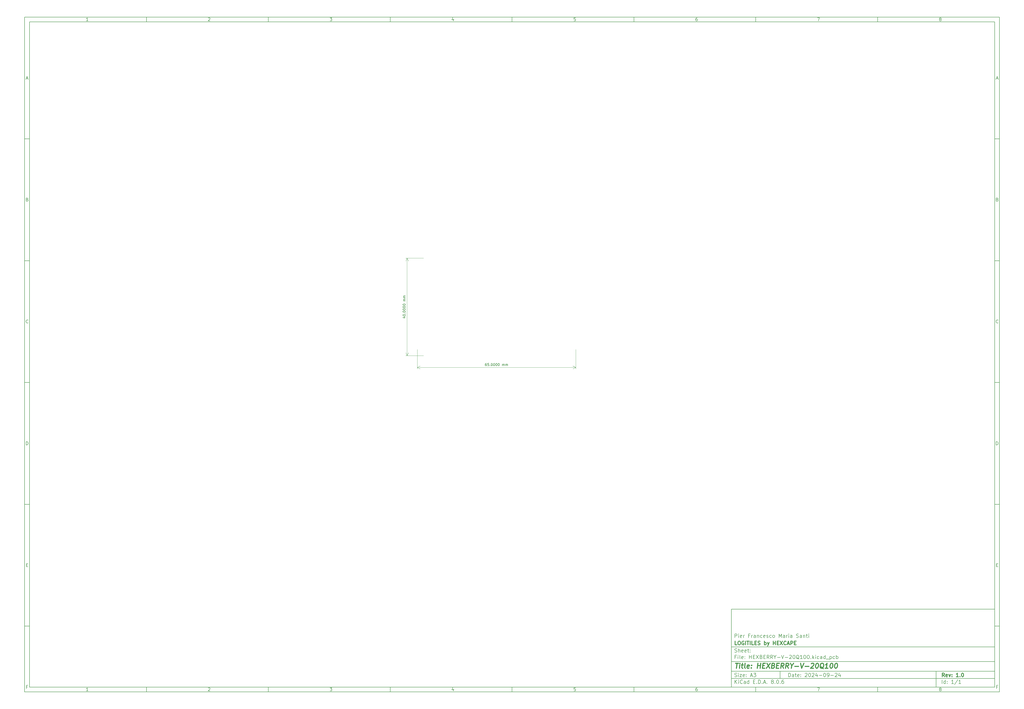
<source format=gbr>
%TF.GenerationSoftware,KiCad,Pcbnew,8.0.6-8.0.6-0~ubuntu24.04.1*%
%TF.CreationDate,2024-11-13T11:48:59+01:00*%
%TF.ProjectId,HEXBERRY-V-20Q100,48455842-4552-4525-992d-562d32305131,1.0*%
%TF.SameCoordinates,PX5f5e100PY5f5e100*%
%TF.FileFunction,Other,ECO1*%
%FSLAX46Y46*%
G04 Gerber Fmt 4.6, Leading zero omitted, Abs format (unit mm)*
G04 Created by KiCad (PCBNEW 8.0.6-8.0.6-0~ubuntu24.04.1) date 2024-11-13 11:48:59*
%MOMM*%
%LPD*%
G01*
G04 APERTURE LIST*
%ADD10C,0.100000*%
%ADD11C,0.150000*%
%ADD12C,0.300000*%
%ADD13C,0.400000*%
G04 APERTURE END LIST*
D10*
D11*
X199989000Y-153002200D02*
X307989000Y-153002200D01*
X307989000Y-185002200D01*
X199989000Y-185002200D01*
X199989000Y-153002200D01*
D10*
D11*
X-90000000Y90000000D02*
X309989000Y90000000D01*
X309989000Y-187002200D01*
X-90000000Y-187002200D01*
X-90000000Y90000000D01*
D10*
D11*
X-88000000Y88000000D02*
X307989000Y88000000D01*
X307989000Y-185002200D01*
X-88000000Y-185002200D01*
X-88000000Y88000000D01*
D10*
D11*
X-40000000Y88000000D02*
X-40000000Y90000000D01*
D10*
D11*
X10000000Y88000000D02*
X10000000Y90000000D01*
D10*
D11*
X60000000Y88000000D02*
X60000000Y90000000D01*
D10*
D11*
X110000000Y88000000D02*
X110000000Y90000000D01*
D10*
D11*
X160000000Y88000000D02*
X160000000Y90000000D01*
D10*
D11*
X210000000Y88000000D02*
X210000000Y90000000D01*
D10*
D11*
X260000000Y88000000D02*
X260000000Y90000000D01*
D10*
D11*
X-63910840Y88406396D02*
X-64653697Y88406396D01*
X-64282269Y88406396D02*
X-64282269Y89706396D01*
X-64282269Y89706396D02*
X-64406078Y89520681D01*
X-64406078Y89520681D02*
X-64529888Y89396872D01*
X-64529888Y89396872D02*
X-64653697Y89334967D01*
D10*
D11*
X-14653697Y89582586D02*
X-14591793Y89644491D01*
X-14591793Y89644491D02*
X-14467983Y89706396D01*
X-14467983Y89706396D02*
X-14158459Y89706396D01*
X-14158459Y89706396D02*
X-14034650Y89644491D01*
X-14034650Y89644491D02*
X-13972745Y89582586D01*
X-13972745Y89582586D02*
X-13910840Y89458777D01*
X-13910840Y89458777D02*
X-13910840Y89334967D01*
X-13910840Y89334967D02*
X-13972745Y89149253D01*
X-13972745Y89149253D02*
X-14715602Y88406396D01*
X-14715602Y88406396D02*
X-13910840Y88406396D01*
D10*
D11*
X35284398Y89706396D02*
X36089160Y89706396D01*
X36089160Y89706396D02*
X35655826Y89211158D01*
X35655826Y89211158D02*
X35841541Y89211158D01*
X35841541Y89211158D02*
X35965350Y89149253D01*
X35965350Y89149253D02*
X36027255Y89087348D01*
X36027255Y89087348D02*
X36089160Y88963539D01*
X36089160Y88963539D02*
X36089160Y88654015D01*
X36089160Y88654015D02*
X36027255Y88530205D01*
X36027255Y88530205D02*
X35965350Y88468300D01*
X35965350Y88468300D02*
X35841541Y88406396D01*
X35841541Y88406396D02*
X35470112Y88406396D01*
X35470112Y88406396D02*
X35346303Y88468300D01*
X35346303Y88468300D02*
X35284398Y88530205D01*
D10*
D11*
X85965350Y89273062D02*
X85965350Y88406396D01*
X85655826Y89768300D02*
X85346303Y88839729D01*
X85346303Y88839729D02*
X86151064Y88839729D01*
D10*
D11*
X136027255Y89706396D02*
X135408207Y89706396D01*
X135408207Y89706396D02*
X135346303Y89087348D01*
X135346303Y89087348D02*
X135408207Y89149253D01*
X135408207Y89149253D02*
X135532017Y89211158D01*
X135532017Y89211158D02*
X135841541Y89211158D01*
X135841541Y89211158D02*
X135965350Y89149253D01*
X135965350Y89149253D02*
X136027255Y89087348D01*
X136027255Y89087348D02*
X136089160Y88963539D01*
X136089160Y88963539D02*
X136089160Y88654015D01*
X136089160Y88654015D02*
X136027255Y88530205D01*
X136027255Y88530205D02*
X135965350Y88468300D01*
X135965350Y88468300D02*
X135841541Y88406396D01*
X135841541Y88406396D02*
X135532017Y88406396D01*
X135532017Y88406396D02*
X135408207Y88468300D01*
X135408207Y88468300D02*
X135346303Y88530205D01*
D10*
D11*
X185965350Y89706396D02*
X185717731Y89706396D01*
X185717731Y89706396D02*
X185593922Y89644491D01*
X185593922Y89644491D02*
X185532017Y89582586D01*
X185532017Y89582586D02*
X185408207Y89396872D01*
X185408207Y89396872D02*
X185346303Y89149253D01*
X185346303Y89149253D02*
X185346303Y88654015D01*
X185346303Y88654015D02*
X185408207Y88530205D01*
X185408207Y88530205D02*
X185470112Y88468300D01*
X185470112Y88468300D02*
X185593922Y88406396D01*
X185593922Y88406396D02*
X185841541Y88406396D01*
X185841541Y88406396D02*
X185965350Y88468300D01*
X185965350Y88468300D02*
X186027255Y88530205D01*
X186027255Y88530205D02*
X186089160Y88654015D01*
X186089160Y88654015D02*
X186089160Y88963539D01*
X186089160Y88963539D02*
X186027255Y89087348D01*
X186027255Y89087348D02*
X185965350Y89149253D01*
X185965350Y89149253D02*
X185841541Y89211158D01*
X185841541Y89211158D02*
X185593922Y89211158D01*
X185593922Y89211158D02*
X185470112Y89149253D01*
X185470112Y89149253D02*
X185408207Y89087348D01*
X185408207Y89087348D02*
X185346303Y88963539D01*
D10*
D11*
X235284398Y89706396D02*
X236151064Y89706396D01*
X236151064Y89706396D02*
X235593922Y88406396D01*
D10*
D11*
X285593922Y89149253D02*
X285470112Y89211158D01*
X285470112Y89211158D02*
X285408207Y89273062D01*
X285408207Y89273062D02*
X285346303Y89396872D01*
X285346303Y89396872D02*
X285346303Y89458777D01*
X285346303Y89458777D02*
X285408207Y89582586D01*
X285408207Y89582586D02*
X285470112Y89644491D01*
X285470112Y89644491D02*
X285593922Y89706396D01*
X285593922Y89706396D02*
X285841541Y89706396D01*
X285841541Y89706396D02*
X285965350Y89644491D01*
X285965350Y89644491D02*
X286027255Y89582586D01*
X286027255Y89582586D02*
X286089160Y89458777D01*
X286089160Y89458777D02*
X286089160Y89396872D01*
X286089160Y89396872D02*
X286027255Y89273062D01*
X286027255Y89273062D02*
X285965350Y89211158D01*
X285965350Y89211158D02*
X285841541Y89149253D01*
X285841541Y89149253D02*
X285593922Y89149253D01*
X285593922Y89149253D02*
X285470112Y89087348D01*
X285470112Y89087348D02*
X285408207Y89025443D01*
X285408207Y89025443D02*
X285346303Y88901634D01*
X285346303Y88901634D02*
X285346303Y88654015D01*
X285346303Y88654015D02*
X285408207Y88530205D01*
X285408207Y88530205D02*
X285470112Y88468300D01*
X285470112Y88468300D02*
X285593922Y88406396D01*
X285593922Y88406396D02*
X285841541Y88406396D01*
X285841541Y88406396D02*
X285965350Y88468300D01*
X285965350Y88468300D02*
X286027255Y88530205D01*
X286027255Y88530205D02*
X286089160Y88654015D01*
X286089160Y88654015D02*
X286089160Y88901634D01*
X286089160Y88901634D02*
X286027255Y89025443D01*
X286027255Y89025443D02*
X285965350Y89087348D01*
X285965350Y89087348D02*
X285841541Y89149253D01*
D10*
D11*
X-40000000Y-185002200D02*
X-40000000Y-187002200D01*
D10*
D11*
X10000000Y-185002200D02*
X10000000Y-187002200D01*
D10*
D11*
X60000000Y-185002200D02*
X60000000Y-187002200D01*
D10*
D11*
X110000000Y-185002200D02*
X110000000Y-187002200D01*
D10*
D11*
X160000000Y-185002200D02*
X160000000Y-187002200D01*
D10*
D11*
X210000000Y-185002200D02*
X210000000Y-187002200D01*
D10*
D11*
X260000000Y-185002200D02*
X260000000Y-187002200D01*
D10*
D11*
X-63910840Y-186595804D02*
X-64653697Y-186595804D01*
X-64282269Y-186595804D02*
X-64282269Y-185295804D01*
X-64282269Y-185295804D02*
X-64406078Y-185481519D01*
X-64406078Y-185481519D02*
X-64529888Y-185605328D01*
X-64529888Y-185605328D02*
X-64653697Y-185667233D01*
D10*
D11*
X-14653697Y-185419614D02*
X-14591793Y-185357709D01*
X-14591793Y-185357709D02*
X-14467983Y-185295804D01*
X-14467983Y-185295804D02*
X-14158459Y-185295804D01*
X-14158459Y-185295804D02*
X-14034650Y-185357709D01*
X-14034650Y-185357709D02*
X-13972745Y-185419614D01*
X-13972745Y-185419614D02*
X-13910840Y-185543423D01*
X-13910840Y-185543423D02*
X-13910840Y-185667233D01*
X-13910840Y-185667233D02*
X-13972745Y-185852947D01*
X-13972745Y-185852947D02*
X-14715602Y-186595804D01*
X-14715602Y-186595804D02*
X-13910840Y-186595804D01*
D10*
D11*
X35284398Y-185295804D02*
X36089160Y-185295804D01*
X36089160Y-185295804D02*
X35655826Y-185791042D01*
X35655826Y-185791042D02*
X35841541Y-185791042D01*
X35841541Y-185791042D02*
X35965350Y-185852947D01*
X35965350Y-185852947D02*
X36027255Y-185914852D01*
X36027255Y-185914852D02*
X36089160Y-186038661D01*
X36089160Y-186038661D02*
X36089160Y-186348185D01*
X36089160Y-186348185D02*
X36027255Y-186471995D01*
X36027255Y-186471995D02*
X35965350Y-186533900D01*
X35965350Y-186533900D02*
X35841541Y-186595804D01*
X35841541Y-186595804D02*
X35470112Y-186595804D01*
X35470112Y-186595804D02*
X35346303Y-186533900D01*
X35346303Y-186533900D02*
X35284398Y-186471995D01*
D10*
D11*
X85965350Y-185729138D02*
X85965350Y-186595804D01*
X85655826Y-185233900D02*
X85346303Y-186162471D01*
X85346303Y-186162471D02*
X86151064Y-186162471D01*
D10*
D11*
X136027255Y-185295804D02*
X135408207Y-185295804D01*
X135408207Y-185295804D02*
X135346303Y-185914852D01*
X135346303Y-185914852D02*
X135408207Y-185852947D01*
X135408207Y-185852947D02*
X135532017Y-185791042D01*
X135532017Y-185791042D02*
X135841541Y-185791042D01*
X135841541Y-185791042D02*
X135965350Y-185852947D01*
X135965350Y-185852947D02*
X136027255Y-185914852D01*
X136027255Y-185914852D02*
X136089160Y-186038661D01*
X136089160Y-186038661D02*
X136089160Y-186348185D01*
X136089160Y-186348185D02*
X136027255Y-186471995D01*
X136027255Y-186471995D02*
X135965350Y-186533900D01*
X135965350Y-186533900D02*
X135841541Y-186595804D01*
X135841541Y-186595804D02*
X135532017Y-186595804D01*
X135532017Y-186595804D02*
X135408207Y-186533900D01*
X135408207Y-186533900D02*
X135346303Y-186471995D01*
D10*
D11*
X185965350Y-185295804D02*
X185717731Y-185295804D01*
X185717731Y-185295804D02*
X185593922Y-185357709D01*
X185593922Y-185357709D02*
X185532017Y-185419614D01*
X185532017Y-185419614D02*
X185408207Y-185605328D01*
X185408207Y-185605328D02*
X185346303Y-185852947D01*
X185346303Y-185852947D02*
X185346303Y-186348185D01*
X185346303Y-186348185D02*
X185408207Y-186471995D01*
X185408207Y-186471995D02*
X185470112Y-186533900D01*
X185470112Y-186533900D02*
X185593922Y-186595804D01*
X185593922Y-186595804D02*
X185841541Y-186595804D01*
X185841541Y-186595804D02*
X185965350Y-186533900D01*
X185965350Y-186533900D02*
X186027255Y-186471995D01*
X186027255Y-186471995D02*
X186089160Y-186348185D01*
X186089160Y-186348185D02*
X186089160Y-186038661D01*
X186089160Y-186038661D02*
X186027255Y-185914852D01*
X186027255Y-185914852D02*
X185965350Y-185852947D01*
X185965350Y-185852947D02*
X185841541Y-185791042D01*
X185841541Y-185791042D02*
X185593922Y-185791042D01*
X185593922Y-185791042D02*
X185470112Y-185852947D01*
X185470112Y-185852947D02*
X185408207Y-185914852D01*
X185408207Y-185914852D02*
X185346303Y-186038661D01*
D10*
D11*
X235284398Y-185295804D02*
X236151064Y-185295804D01*
X236151064Y-185295804D02*
X235593922Y-186595804D01*
D10*
D11*
X285593922Y-185852947D02*
X285470112Y-185791042D01*
X285470112Y-185791042D02*
X285408207Y-185729138D01*
X285408207Y-185729138D02*
X285346303Y-185605328D01*
X285346303Y-185605328D02*
X285346303Y-185543423D01*
X285346303Y-185543423D02*
X285408207Y-185419614D01*
X285408207Y-185419614D02*
X285470112Y-185357709D01*
X285470112Y-185357709D02*
X285593922Y-185295804D01*
X285593922Y-185295804D02*
X285841541Y-185295804D01*
X285841541Y-185295804D02*
X285965350Y-185357709D01*
X285965350Y-185357709D02*
X286027255Y-185419614D01*
X286027255Y-185419614D02*
X286089160Y-185543423D01*
X286089160Y-185543423D02*
X286089160Y-185605328D01*
X286089160Y-185605328D02*
X286027255Y-185729138D01*
X286027255Y-185729138D02*
X285965350Y-185791042D01*
X285965350Y-185791042D02*
X285841541Y-185852947D01*
X285841541Y-185852947D02*
X285593922Y-185852947D01*
X285593922Y-185852947D02*
X285470112Y-185914852D01*
X285470112Y-185914852D02*
X285408207Y-185976757D01*
X285408207Y-185976757D02*
X285346303Y-186100566D01*
X285346303Y-186100566D02*
X285346303Y-186348185D01*
X285346303Y-186348185D02*
X285408207Y-186471995D01*
X285408207Y-186471995D02*
X285470112Y-186533900D01*
X285470112Y-186533900D02*
X285593922Y-186595804D01*
X285593922Y-186595804D02*
X285841541Y-186595804D01*
X285841541Y-186595804D02*
X285965350Y-186533900D01*
X285965350Y-186533900D02*
X286027255Y-186471995D01*
X286027255Y-186471995D02*
X286089160Y-186348185D01*
X286089160Y-186348185D02*
X286089160Y-186100566D01*
X286089160Y-186100566D02*
X286027255Y-185976757D01*
X286027255Y-185976757D02*
X285965350Y-185914852D01*
X285965350Y-185914852D02*
X285841541Y-185852947D01*
D10*
D11*
X-90000000Y40000000D02*
X-88000000Y40000000D01*
D10*
D11*
X-90000000Y-10000000D02*
X-88000000Y-10000000D01*
D10*
D11*
X-90000000Y-60000000D02*
X-88000000Y-60000000D01*
D10*
D11*
X-90000000Y-110000000D02*
X-88000000Y-110000000D01*
D10*
D11*
X-90000000Y-160000000D02*
X-88000000Y-160000000D01*
D10*
D11*
X-89309524Y64777824D02*
X-88690477Y64777824D01*
X-89433334Y64406396D02*
X-89000001Y65706396D01*
X-89000001Y65706396D02*
X-88566667Y64406396D01*
D10*
D11*
X-88907143Y15087348D02*
X-88721429Y15025443D01*
X-88721429Y15025443D02*
X-88659524Y14963539D01*
X-88659524Y14963539D02*
X-88597620Y14839729D01*
X-88597620Y14839729D02*
X-88597620Y14654015D01*
X-88597620Y14654015D02*
X-88659524Y14530205D01*
X-88659524Y14530205D02*
X-88721429Y14468300D01*
X-88721429Y14468300D02*
X-88845239Y14406396D01*
X-88845239Y14406396D02*
X-89340477Y14406396D01*
X-89340477Y14406396D02*
X-89340477Y15706396D01*
X-89340477Y15706396D02*
X-88907143Y15706396D01*
X-88907143Y15706396D02*
X-88783334Y15644491D01*
X-88783334Y15644491D02*
X-88721429Y15582586D01*
X-88721429Y15582586D02*
X-88659524Y15458777D01*
X-88659524Y15458777D02*
X-88659524Y15334967D01*
X-88659524Y15334967D02*
X-88721429Y15211158D01*
X-88721429Y15211158D02*
X-88783334Y15149253D01*
X-88783334Y15149253D02*
X-88907143Y15087348D01*
X-88907143Y15087348D02*
X-89340477Y15087348D01*
D10*
D11*
X-88597620Y-35469795D02*
X-88659524Y-35531700D01*
X-88659524Y-35531700D02*
X-88845239Y-35593604D01*
X-88845239Y-35593604D02*
X-88969048Y-35593604D01*
X-88969048Y-35593604D02*
X-89154762Y-35531700D01*
X-89154762Y-35531700D02*
X-89278572Y-35407890D01*
X-89278572Y-35407890D02*
X-89340477Y-35284080D01*
X-89340477Y-35284080D02*
X-89402381Y-35036461D01*
X-89402381Y-35036461D02*
X-89402381Y-34850747D01*
X-89402381Y-34850747D02*
X-89340477Y-34603128D01*
X-89340477Y-34603128D02*
X-89278572Y-34479319D01*
X-89278572Y-34479319D02*
X-89154762Y-34355509D01*
X-89154762Y-34355509D02*
X-88969048Y-34293604D01*
X-88969048Y-34293604D02*
X-88845239Y-34293604D01*
X-88845239Y-34293604D02*
X-88659524Y-34355509D01*
X-88659524Y-34355509D02*
X-88597620Y-34417414D01*
D10*
D11*
X-89340477Y-85593604D02*
X-89340477Y-84293604D01*
X-89340477Y-84293604D02*
X-89030953Y-84293604D01*
X-89030953Y-84293604D02*
X-88845239Y-84355509D01*
X-88845239Y-84355509D02*
X-88721429Y-84479319D01*
X-88721429Y-84479319D02*
X-88659524Y-84603128D01*
X-88659524Y-84603128D02*
X-88597620Y-84850747D01*
X-88597620Y-84850747D02*
X-88597620Y-85036461D01*
X-88597620Y-85036461D02*
X-88659524Y-85284080D01*
X-88659524Y-85284080D02*
X-88721429Y-85407890D01*
X-88721429Y-85407890D02*
X-88845239Y-85531700D01*
X-88845239Y-85531700D02*
X-89030953Y-85593604D01*
X-89030953Y-85593604D02*
X-89340477Y-85593604D01*
D10*
D11*
X-89278572Y-134912652D02*
X-88845238Y-134912652D01*
X-88659524Y-135593604D02*
X-89278572Y-135593604D01*
X-89278572Y-135593604D02*
X-89278572Y-134293604D01*
X-89278572Y-134293604D02*
X-88659524Y-134293604D01*
D10*
D11*
X-88814286Y-184912652D02*
X-89247620Y-184912652D01*
X-89247620Y-185593604D02*
X-89247620Y-184293604D01*
X-89247620Y-184293604D02*
X-88628572Y-184293604D01*
D10*
D11*
X309989000Y40000000D02*
X307989000Y40000000D01*
D10*
D11*
X309989000Y-10000000D02*
X307989000Y-10000000D01*
D10*
D11*
X309989000Y-60000000D02*
X307989000Y-60000000D01*
D10*
D11*
X309989000Y-110000000D02*
X307989000Y-110000000D01*
D10*
D11*
X309989000Y-160000000D02*
X307989000Y-160000000D01*
D10*
D11*
X308679476Y64777824D02*
X309298523Y64777824D01*
X308555666Y64406396D02*
X308988999Y65706396D01*
X308988999Y65706396D02*
X309422333Y64406396D01*
D10*
D11*
X309081857Y15087348D02*
X309267571Y15025443D01*
X309267571Y15025443D02*
X309329476Y14963539D01*
X309329476Y14963539D02*
X309391380Y14839729D01*
X309391380Y14839729D02*
X309391380Y14654015D01*
X309391380Y14654015D02*
X309329476Y14530205D01*
X309329476Y14530205D02*
X309267571Y14468300D01*
X309267571Y14468300D02*
X309143761Y14406396D01*
X309143761Y14406396D02*
X308648523Y14406396D01*
X308648523Y14406396D02*
X308648523Y15706396D01*
X308648523Y15706396D02*
X309081857Y15706396D01*
X309081857Y15706396D02*
X309205666Y15644491D01*
X309205666Y15644491D02*
X309267571Y15582586D01*
X309267571Y15582586D02*
X309329476Y15458777D01*
X309329476Y15458777D02*
X309329476Y15334967D01*
X309329476Y15334967D02*
X309267571Y15211158D01*
X309267571Y15211158D02*
X309205666Y15149253D01*
X309205666Y15149253D02*
X309081857Y15087348D01*
X309081857Y15087348D02*
X308648523Y15087348D01*
D10*
D11*
X309391380Y-35469795D02*
X309329476Y-35531700D01*
X309329476Y-35531700D02*
X309143761Y-35593604D01*
X309143761Y-35593604D02*
X309019952Y-35593604D01*
X309019952Y-35593604D02*
X308834238Y-35531700D01*
X308834238Y-35531700D02*
X308710428Y-35407890D01*
X308710428Y-35407890D02*
X308648523Y-35284080D01*
X308648523Y-35284080D02*
X308586619Y-35036461D01*
X308586619Y-35036461D02*
X308586619Y-34850747D01*
X308586619Y-34850747D02*
X308648523Y-34603128D01*
X308648523Y-34603128D02*
X308710428Y-34479319D01*
X308710428Y-34479319D02*
X308834238Y-34355509D01*
X308834238Y-34355509D02*
X309019952Y-34293604D01*
X309019952Y-34293604D02*
X309143761Y-34293604D01*
X309143761Y-34293604D02*
X309329476Y-34355509D01*
X309329476Y-34355509D02*
X309391380Y-34417414D01*
D10*
D11*
X308648523Y-85593604D02*
X308648523Y-84293604D01*
X308648523Y-84293604D02*
X308958047Y-84293604D01*
X308958047Y-84293604D02*
X309143761Y-84355509D01*
X309143761Y-84355509D02*
X309267571Y-84479319D01*
X309267571Y-84479319D02*
X309329476Y-84603128D01*
X309329476Y-84603128D02*
X309391380Y-84850747D01*
X309391380Y-84850747D02*
X309391380Y-85036461D01*
X309391380Y-85036461D02*
X309329476Y-85284080D01*
X309329476Y-85284080D02*
X309267571Y-85407890D01*
X309267571Y-85407890D02*
X309143761Y-85531700D01*
X309143761Y-85531700D02*
X308958047Y-85593604D01*
X308958047Y-85593604D02*
X308648523Y-85593604D01*
D10*
D11*
X308710428Y-134912652D02*
X309143762Y-134912652D01*
X309329476Y-135593604D02*
X308710428Y-135593604D01*
X308710428Y-135593604D02*
X308710428Y-134293604D01*
X308710428Y-134293604D02*
X309329476Y-134293604D01*
D10*
D11*
X309174714Y-184912652D02*
X308741380Y-184912652D01*
X308741380Y-185593604D02*
X308741380Y-184293604D01*
X308741380Y-184293604D02*
X309360428Y-184293604D01*
D10*
D11*
X223444826Y-180788328D02*
X223444826Y-179288328D01*
X223444826Y-179288328D02*
X223801969Y-179288328D01*
X223801969Y-179288328D02*
X224016255Y-179359757D01*
X224016255Y-179359757D02*
X224159112Y-179502614D01*
X224159112Y-179502614D02*
X224230541Y-179645471D01*
X224230541Y-179645471D02*
X224301969Y-179931185D01*
X224301969Y-179931185D02*
X224301969Y-180145471D01*
X224301969Y-180145471D02*
X224230541Y-180431185D01*
X224230541Y-180431185D02*
X224159112Y-180574042D01*
X224159112Y-180574042D02*
X224016255Y-180716900D01*
X224016255Y-180716900D02*
X223801969Y-180788328D01*
X223801969Y-180788328D02*
X223444826Y-180788328D01*
X225587684Y-180788328D02*
X225587684Y-180002614D01*
X225587684Y-180002614D02*
X225516255Y-179859757D01*
X225516255Y-179859757D02*
X225373398Y-179788328D01*
X225373398Y-179788328D02*
X225087684Y-179788328D01*
X225087684Y-179788328D02*
X224944826Y-179859757D01*
X225587684Y-180716900D02*
X225444826Y-180788328D01*
X225444826Y-180788328D02*
X225087684Y-180788328D01*
X225087684Y-180788328D02*
X224944826Y-180716900D01*
X224944826Y-180716900D02*
X224873398Y-180574042D01*
X224873398Y-180574042D02*
X224873398Y-180431185D01*
X224873398Y-180431185D02*
X224944826Y-180288328D01*
X224944826Y-180288328D02*
X225087684Y-180216900D01*
X225087684Y-180216900D02*
X225444826Y-180216900D01*
X225444826Y-180216900D02*
X225587684Y-180145471D01*
X226087684Y-179788328D02*
X226659112Y-179788328D01*
X226301969Y-179288328D02*
X226301969Y-180574042D01*
X226301969Y-180574042D02*
X226373398Y-180716900D01*
X226373398Y-180716900D02*
X226516255Y-180788328D01*
X226516255Y-180788328D02*
X226659112Y-180788328D01*
X227730541Y-180716900D02*
X227587684Y-180788328D01*
X227587684Y-180788328D02*
X227301970Y-180788328D01*
X227301970Y-180788328D02*
X227159112Y-180716900D01*
X227159112Y-180716900D02*
X227087684Y-180574042D01*
X227087684Y-180574042D02*
X227087684Y-180002614D01*
X227087684Y-180002614D02*
X227159112Y-179859757D01*
X227159112Y-179859757D02*
X227301970Y-179788328D01*
X227301970Y-179788328D02*
X227587684Y-179788328D01*
X227587684Y-179788328D02*
X227730541Y-179859757D01*
X227730541Y-179859757D02*
X227801970Y-180002614D01*
X227801970Y-180002614D02*
X227801970Y-180145471D01*
X227801970Y-180145471D02*
X227087684Y-180288328D01*
X228444826Y-180645471D02*
X228516255Y-180716900D01*
X228516255Y-180716900D02*
X228444826Y-180788328D01*
X228444826Y-180788328D02*
X228373398Y-180716900D01*
X228373398Y-180716900D02*
X228444826Y-180645471D01*
X228444826Y-180645471D02*
X228444826Y-180788328D01*
X228444826Y-179859757D02*
X228516255Y-179931185D01*
X228516255Y-179931185D02*
X228444826Y-180002614D01*
X228444826Y-180002614D02*
X228373398Y-179931185D01*
X228373398Y-179931185D02*
X228444826Y-179859757D01*
X228444826Y-179859757D02*
X228444826Y-180002614D01*
X230230541Y-179431185D02*
X230301969Y-179359757D01*
X230301969Y-179359757D02*
X230444827Y-179288328D01*
X230444827Y-179288328D02*
X230801969Y-179288328D01*
X230801969Y-179288328D02*
X230944827Y-179359757D01*
X230944827Y-179359757D02*
X231016255Y-179431185D01*
X231016255Y-179431185D02*
X231087684Y-179574042D01*
X231087684Y-179574042D02*
X231087684Y-179716900D01*
X231087684Y-179716900D02*
X231016255Y-179931185D01*
X231016255Y-179931185D02*
X230159112Y-180788328D01*
X230159112Y-180788328D02*
X231087684Y-180788328D01*
X232016255Y-179288328D02*
X232159112Y-179288328D01*
X232159112Y-179288328D02*
X232301969Y-179359757D01*
X232301969Y-179359757D02*
X232373398Y-179431185D01*
X232373398Y-179431185D02*
X232444826Y-179574042D01*
X232444826Y-179574042D02*
X232516255Y-179859757D01*
X232516255Y-179859757D02*
X232516255Y-180216900D01*
X232516255Y-180216900D02*
X232444826Y-180502614D01*
X232444826Y-180502614D02*
X232373398Y-180645471D01*
X232373398Y-180645471D02*
X232301969Y-180716900D01*
X232301969Y-180716900D02*
X232159112Y-180788328D01*
X232159112Y-180788328D02*
X232016255Y-180788328D01*
X232016255Y-180788328D02*
X231873398Y-180716900D01*
X231873398Y-180716900D02*
X231801969Y-180645471D01*
X231801969Y-180645471D02*
X231730540Y-180502614D01*
X231730540Y-180502614D02*
X231659112Y-180216900D01*
X231659112Y-180216900D02*
X231659112Y-179859757D01*
X231659112Y-179859757D02*
X231730540Y-179574042D01*
X231730540Y-179574042D02*
X231801969Y-179431185D01*
X231801969Y-179431185D02*
X231873398Y-179359757D01*
X231873398Y-179359757D02*
X232016255Y-179288328D01*
X233087683Y-179431185D02*
X233159111Y-179359757D01*
X233159111Y-179359757D02*
X233301969Y-179288328D01*
X233301969Y-179288328D02*
X233659111Y-179288328D01*
X233659111Y-179288328D02*
X233801969Y-179359757D01*
X233801969Y-179359757D02*
X233873397Y-179431185D01*
X233873397Y-179431185D02*
X233944826Y-179574042D01*
X233944826Y-179574042D02*
X233944826Y-179716900D01*
X233944826Y-179716900D02*
X233873397Y-179931185D01*
X233873397Y-179931185D02*
X233016254Y-180788328D01*
X233016254Y-180788328D02*
X233944826Y-180788328D01*
X235230540Y-179788328D02*
X235230540Y-180788328D01*
X234873397Y-179216900D02*
X234516254Y-180288328D01*
X234516254Y-180288328D02*
X235444825Y-180288328D01*
X236016253Y-180216900D02*
X237159111Y-180216900D01*
X238159111Y-179288328D02*
X238301968Y-179288328D01*
X238301968Y-179288328D02*
X238444825Y-179359757D01*
X238444825Y-179359757D02*
X238516254Y-179431185D01*
X238516254Y-179431185D02*
X238587682Y-179574042D01*
X238587682Y-179574042D02*
X238659111Y-179859757D01*
X238659111Y-179859757D02*
X238659111Y-180216900D01*
X238659111Y-180216900D02*
X238587682Y-180502614D01*
X238587682Y-180502614D02*
X238516254Y-180645471D01*
X238516254Y-180645471D02*
X238444825Y-180716900D01*
X238444825Y-180716900D02*
X238301968Y-180788328D01*
X238301968Y-180788328D02*
X238159111Y-180788328D01*
X238159111Y-180788328D02*
X238016254Y-180716900D01*
X238016254Y-180716900D02*
X237944825Y-180645471D01*
X237944825Y-180645471D02*
X237873396Y-180502614D01*
X237873396Y-180502614D02*
X237801968Y-180216900D01*
X237801968Y-180216900D02*
X237801968Y-179859757D01*
X237801968Y-179859757D02*
X237873396Y-179574042D01*
X237873396Y-179574042D02*
X237944825Y-179431185D01*
X237944825Y-179431185D02*
X238016254Y-179359757D01*
X238016254Y-179359757D02*
X238159111Y-179288328D01*
X239373396Y-180788328D02*
X239659110Y-180788328D01*
X239659110Y-180788328D02*
X239801967Y-180716900D01*
X239801967Y-180716900D02*
X239873396Y-180645471D01*
X239873396Y-180645471D02*
X240016253Y-180431185D01*
X240016253Y-180431185D02*
X240087682Y-180145471D01*
X240087682Y-180145471D02*
X240087682Y-179574042D01*
X240087682Y-179574042D02*
X240016253Y-179431185D01*
X240016253Y-179431185D02*
X239944825Y-179359757D01*
X239944825Y-179359757D02*
X239801967Y-179288328D01*
X239801967Y-179288328D02*
X239516253Y-179288328D01*
X239516253Y-179288328D02*
X239373396Y-179359757D01*
X239373396Y-179359757D02*
X239301967Y-179431185D01*
X239301967Y-179431185D02*
X239230539Y-179574042D01*
X239230539Y-179574042D02*
X239230539Y-179931185D01*
X239230539Y-179931185D02*
X239301967Y-180074042D01*
X239301967Y-180074042D02*
X239373396Y-180145471D01*
X239373396Y-180145471D02*
X239516253Y-180216900D01*
X239516253Y-180216900D02*
X239801967Y-180216900D01*
X239801967Y-180216900D02*
X239944825Y-180145471D01*
X239944825Y-180145471D02*
X240016253Y-180074042D01*
X240016253Y-180074042D02*
X240087682Y-179931185D01*
X240730538Y-180216900D02*
X241873396Y-180216900D01*
X242516253Y-179431185D02*
X242587681Y-179359757D01*
X242587681Y-179359757D02*
X242730539Y-179288328D01*
X242730539Y-179288328D02*
X243087681Y-179288328D01*
X243087681Y-179288328D02*
X243230539Y-179359757D01*
X243230539Y-179359757D02*
X243301967Y-179431185D01*
X243301967Y-179431185D02*
X243373396Y-179574042D01*
X243373396Y-179574042D02*
X243373396Y-179716900D01*
X243373396Y-179716900D02*
X243301967Y-179931185D01*
X243301967Y-179931185D02*
X242444824Y-180788328D01*
X242444824Y-180788328D02*
X243373396Y-180788328D01*
X244659110Y-179788328D02*
X244659110Y-180788328D01*
X244301967Y-179216900D02*
X243944824Y-180288328D01*
X243944824Y-180288328D02*
X244873395Y-180288328D01*
D10*
D11*
X199989000Y-181502200D02*
X307989000Y-181502200D01*
D10*
D11*
X201444826Y-183588328D02*
X201444826Y-182088328D01*
X202301969Y-183588328D02*
X201659112Y-182731185D01*
X202301969Y-182088328D02*
X201444826Y-182945471D01*
X202944826Y-183588328D02*
X202944826Y-182588328D01*
X202944826Y-182088328D02*
X202873398Y-182159757D01*
X202873398Y-182159757D02*
X202944826Y-182231185D01*
X202944826Y-182231185D02*
X203016255Y-182159757D01*
X203016255Y-182159757D02*
X202944826Y-182088328D01*
X202944826Y-182088328D02*
X202944826Y-182231185D01*
X204516255Y-183445471D02*
X204444827Y-183516900D01*
X204444827Y-183516900D02*
X204230541Y-183588328D01*
X204230541Y-183588328D02*
X204087684Y-183588328D01*
X204087684Y-183588328D02*
X203873398Y-183516900D01*
X203873398Y-183516900D02*
X203730541Y-183374042D01*
X203730541Y-183374042D02*
X203659112Y-183231185D01*
X203659112Y-183231185D02*
X203587684Y-182945471D01*
X203587684Y-182945471D02*
X203587684Y-182731185D01*
X203587684Y-182731185D02*
X203659112Y-182445471D01*
X203659112Y-182445471D02*
X203730541Y-182302614D01*
X203730541Y-182302614D02*
X203873398Y-182159757D01*
X203873398Y-182159757D02*
X204087684Y-182088328D01*
X204087684Y-182088328D02*
X204230541Y-182088328D01*
X204230541Y-182088328D02*
X204444827Y-182159757D01*
X204444827Y-182159757D02*
X204516255Y-182231185D01*
X205801970Y-183588328D02*
X205801970Y-182802614D01*
X205801970Y-182802614D02*
X205730541Y-182659757D01*
X205730541Y-182659757D02*
X205587684Y-182588328D01*
X205587684Y-182588328D02*
X205301970Y-182588328D01*
X205301970Y-182588328D02*
X205159112Y-182659757D01*
X205801970Y-183516900D02*
X205659112Y-183588328D01*
X205659112Y-183588328D02*
X205301970Y-183588328D01*
X205301970Y-183588328D02*
X205159112Y-183516900D01*
X205159112Y-183516900D02*
X205087684Y-183374042D01*
X205087684Y-183374042D02*
X205087684Y-183231185D01*
X205087684Y-183231185D02*
X205159112Y-183088328D01*
X205159112Y-183088328D02*
X205301970Y-183016900D01*
X205301970Y-183016900D02*
X205659112Y-183016900D01*
X205659112Y-183016900D02*
X205801970Y-182945471D01*
X207159113Y-183588328D02*
X207159113Y-182088328D01*
X207159113Y-183516900D02*
X207016255Y-183588328D01*
X207016255Y-183588328D02*
X206730541Y-183588328D01*
X206730541Y-183588328D02*
X206587684Y-183516900D01*
X206587684Y-183516900D02*
X206516255Y-183445471D01*
X206516255Y-183445471D02*
X206444827Y-183302614D01*
X206444827Y-183302614D02*
X206444827Y-182874042D01*
X206444827Y-182874042D02*
X206516255Y-182731185D01*
X206516255Y-182731185D02*
X206587684Y-182659757D01*
X206587684Y-182659757D02*
X206730541Y-182588328D01*
X206730541Y-182588328D02*
X207016255Y-182588328D01*
X207016255Y-182588328D02*
X207159113Y-182659757D01*
X209016255Y-182802614D02*
X209516255Y-182802614D01*
X209730541Y-183588328D02*
X209016255Y-183588328D01*
X209016255Y-183588328D02*
X209016255Y-182088328D01*
X209016255Y-182088328D02*
X209730541Y-182088328D01*
X210373398Y-183445471D02*
X210444827Y-183516900D01*
X210444827Y-183516900D02*
X210373398Y-183588328D01*
X210373398Y-183588328D02*
X210301970Y-183516900D01*
X210301970Y-183516900D02*
X210373398Y-183445471D01*
X210373398Y-183445471D02*
X210373398Y-183588328D01*
X211087684Y-183588328D02*
X211087684Y-182088328D01*
X211087684Y-182088328D02*
X211444827Y-182088328D01*
X211444827Y-182088328D02*
X211659113Y-182159757D01*
X211659113Y-182159757D02*
X211801970Y-182302614D01*
X211801970Y-182302614D02*
X211873399Y-182445471D01*
X211873399Y-182445471D02*
X211944827Y-182731185D01*
X211944827Y-182731185D02*
X211944827Y-182945471D01*
X211944827Y-182945471D02*
X211873399Y-183231185D01*
X211873399Y-183231185D02*
X211801970Y-183374042D01*
X211801970Y-183374042D02*
X211659113Y-183516900D01*
X211659113Y-183516900D02*
X211444827Y-183588328D01*
X211444827Y-183588328D02*
X211087684Y-183588328D01*
X212587684Y-183445471D02*
X212659113Y-183516900D01*
X212659113Y-183516900D02*
X212587684Y-183588328D01*
X212587684Y-183588328D02*
X212516256Y-183516900D01*
X212516256Y-183516900D02*
X212587684Y-183445471D01*
X212587684Y-183445471D02*
X212587684Y-183588328D01*
X213230542Y-183159757D02*
X213944828Y-183159757D01*
X213087685Y-183588328D02*
X213587685Y-182088328D01*
X213587685Y-182088328D02*
X214087685Y-183588328D01*
X214587684Y-183445471D02*
X214659113Y-183516900D01*
X214659113Y-183516900D02*
X214587684Y-183588328D01*
X214587684Y-183588328D02*
X214516256Y-183516900D01*
X214516256Y-183516900D02*
X214587684Y-183445471D01*
X214587684Y-183445471D02*
X214587684Y-183588328D01*
X216659113Y-182731185D02*
X216516256Y-182659757D01*
X216516256Y-182659757D02*
X216444827Y-182588328D01*
X216444827Y-182588328D02*
X216373399Y-182445471D01*
X216373399Y-182445471D02*
X216373399Y-182374042D01*
X216373399Y-182374042D02*
X216444827Y-182231185D01*
X216444827Y-182231185D02*
X216516256Y-182159757D01*
X216516256Y-182159757D02*
X216659113Y-182088328D01*
X216659113Y-182088328D02*
X216944827Y-182088328D01*
X216944827Y-182088328D02*
X217087685Y-182159757D01*
X217087685Y-182159757D02*
X217159113Y-182231185D01*
X217159113Y-182231185D02*
X217230542Y-182374042D01*
X217230542Y-182374042D02*
X217230542Y-182445471D01*
X217230542Y-182445471D02*
X217159113Y-182588328D01*
X217159113Y-182588328D02*
X217087685Y-182659757D01*
X217087685Y-182659757D02*
X216944827Y-182731185D01*
X216944827Y-182731185D02*
X216659113Y-182731185D01*
X216659113Y-182731185D02*
X216516256Y-182802614D01*
X216516256Y-182802614D02*
X216444827Y-182874042D01*
X216444827Y-182874042D02*
X216373399Y-183016900D01*
X216373399Y-183016900D02*
X216373399Y-183302614D01*
X216373399Y-183302614D02*
X216444827Y-183445471D01*
X216444827Y-183445471D02*
X216516256Y-183516900D01*
X216516256Y-183516900D02*
X216659113Y-183588328D01*
X216659113Y-183588328D02*
X216944827Y-183588328D01*
X216944827Y-183588328D02*
X217087685Y-183516900D01*
X217087685Y-183516900D02*
X217159113Y-183445471D01*
X217159113Y-183445471D02*
X217230542Y-183302614D01*
X217230542Y-183302614D02*
X217230542Y-183016900D01*
X217230542Y-183016900D02*
X217159113Y-182874042D01*
X217159113Y-182874042D02*
X217087685Y-182802614D01*
X217087685Y-182802614D02*
X216944827Y-182731185D01*
X217873398Y-183445471D02*
X217944827Y-183516900D01*
X217944827Y-183516900D02*
X217873398Y-183588328D01*
X217873398Y-183588328D02*
X217801970Y-183516900D01*
X217801970Y-183516900D02*
X217873398Y-183445471D01*
X217873398Y-183445471D02*
X217873398Y-183588328D01*
X218873399Y-182088328D02*
X219016256Y-182088328D01*
X219016256Y-182088328D02*
X219159113Y-182159757D01*
X219159113Y-182159757D02*
X219230542Y-182231185D01*
X219230542Y-182231185D02*
X219301970Y-182374042D01*
X219301970Y-182374042D02*
X219373399Y-182659757D01*
X219373399Y-182659757D02*
X219373399Y-183016900D01*
X219373399Y-183016900D02*
X219301970Y-183302614D01*
X219301970Y-183302614D02*
X219230542Y-183445471D01*
X219230542Y-183445471D02*
X219159113Y-183516900D01*
X219159113Y-183516900D02*
X219016256Y-183588328D01*
X219016256Y-183588328D02*
X218873399Y-183588328D01*
X218873399Y-183588328D02*
X218730542Y-183516900D01*
X218730542Y-183516900D02*
X218659113Y-183445471D01*
X218659113Y-183445471D02*
X218587684Y-183302614D01*
X218587684Y-183302614D02*
X218516256Y-183016900D01*
X218516256Y-183016900D02*
X218516256Y-182659757D01*
X218516256Y-182659757D02*
X218587684Y-182374042D01*
X218587684Y-182374042D02*
X218659113Y-182231185D01*
X218659113Y-182231185D02*
X218730542Y-182159757D01*
X218730542Y-182159757D02*
X218873399Y-182088328D01*
X220016255Y-183445471D02*
X220087684Y-183516900D01*
X220087684Y-183516900D02*
X220016255Y-183588328D01*
X220016255Y-183588328D02*
X219944827Y-183516900D01*
X219944827Y-183516900D02*
X220016255Y-183445471D01*
X220016255Y-183445471D02*
X220016255Y-183588328D01*
X221373399Y-182088328D02*
X221087684Y-182088328D01*
X221087684Y-182088328D02*
X220944827Y-182159757D01*
X220944827Y-182159757D02*
X220873399Y-182231185D01*
X220873399Y-182231185D02*
X220730541Y-182445471D01*
X220730541Y-182445471D02*
X220659113Y-182731185D01*
X220659113Y-182731185D02*
X220659113Y-183302614D01*
X220659113Y-183302614D02*
X220730541Y-183445471D01*
X220730541Y-183445471D02*
X220801970Y-183516900D01*
X220801970Y-183516900D02*
X220944827Y-183588328D01*
X220944827Y-183588328D02*
X221230541Y-183588328D01*
X221230541Y-183588328D02*
X221373399Y-183516900D01*
X221373399Y-183516900D02*
X221444827Y-183445471D01*
X221444827Y-183445471D02*
X221516256Y-183302614D01*
X221516256Y-183302614D02*
X221516256Y-182945471D01*
X221516256Y-182945471D02*
X221444827Y-182802614D01*
X221444827Y-182802614D02*
X221373399Y-182731185D01*
X221373399Y-182731185D02*
X221230541Y-182659757D01*
X221230541Y-182659757D02*
X220944827Y-182659757D01*
X220944827Y-182659757D02*
X220801970Y-182731185D01*
X220801970Y-182731185D02*
X220730541Y-182802614D01*
X220730541Y-182802614D02*
X220659113Y-182945471D01*
D10*
D11*
X199989000Y-178502200D02*
X307989000Y-178502200D01*
D10*
D12*
X287400653Y-180780528D02*
X286900653Y-180066242D01*
X286543510Y-180780528D02*
X286543510Y-179280528D01*
X286543510Y-179280528D02*
X287114939Y-179280528D01*
X287114939Y-179280528D02*
X287257796Y-179351957D01*
X287257796Y-179351957D02*
X287329225Y-179423385D01*
X287329225Y-179423385D02*
X287400653Y-179566242D01*
X287400653Y-179566242D02*
X287400653Y-179780528D01*
X287400653Y-179780528D02*
X287329225Y-179923385D01*
X287329225Y-179923385D02*
X287257796Y-179994814D01*
X287257796Y-179994814D02*
X287114939Y-180066242D01*
X287114939Y-180066242D02*
X286543510Y-180066242D01*
X288614939Y-180709100D02*
X288472082Y-180780528D01*
X288472082Y-180780528D02*
X288186368Y-180780528D01*
X288186368Y-180780528D02*
X288043510Y-180709100D01*
X288043510Y-180709100D02*
X287972082Y-180566242D01*
X287972082Y-180566242D02*
X287972082Y-179994814D01*
X287972082Y-179994814D02*
X288043510Y-179851957D01*
X288043510Y-179851957D02*
X288186368Y-179780528D01*
X288186368Y-179780528D02*
X288472082Y-179780528D01*
X288472082Y-179780528D02*
X288614939Y-179851957D01*
X288614939Y-179851957D02*
X288686368Y-179994814D01*
X288686368Y-179994814D02*
X288686368Y-180137671D01*
X288686368Y-180137671D02*
X287972082Y-180280528D01*
X289186367Y-179780528D02*
X289543510Y-180780528D01*
X289543510Y-180780528D02*
X289900653Y-179780528D01*
X290472081Y-180637671D02*
X290543510Y-180709100D01*
X290543510Y-180709100D02*
X290472081Y-180780528D01*
X290472081Y-180780528D02*
X290400653Y-180709100D01*
X290400653Y-180709100D02*
X290472081Y-180637671D01*
X290472081Y-180637671D02*
X290472081Y-180780528D01*
X290472081Y-179851957D02*
X290543510Y-179923385D01*
X290543510Y-179923385D02*
X290472081Y-179994814D01*
X290472081Y-179994814D02*
X290400653Y-179923385D01*
X290400653Y-179923385D02*
X290472081Y-179851957D01*
X290472081Y-179851957D02*
X290472081Y-179994814D01*
X293114939Y-180780528D02*
X292257796Y-180780528D01*
X292686367Y-180780528D02*
X292686367Y-179280528D01*
X292686367Y-179280528D02*
X292543510Y-179494814D01*
X292543510Y-179494814D02*
X292400653Y-179637671D01*
X292400653Y-179637671D02*
X292257796Y-179709100D01*
X293757795Y-180637671D02*
X293829224Y-180709100D01*
X293829224Y-180709100D02*
X293757795Y-180780528D01*
X293757795Y-180780528D02*
X293686367Y-180709100D01*
X293686367Y-180709100D02*
X293757795Y-180637671D01*
X293757795Y-180637671D02*
X293757795Y-180780528D01*
X294757796Y-179280528D02*
X294900653Y-179280528D01*
X294900653Y-179280528D02*
X295043510Y-179351957D01*
X295043510Y-179351957D02*
X295114939Y-179423385D01*
X295114939Y-179423385D02*
X295186367Y-179566242D01*
X295186367Y-179566242D02*
X295257796Y-179851957D01*
X295257796Y-179851957D02*
X295257796Y-180209100D01*
X295257796Y-180209100D02*
X295186367Y-180494814D01*
X295186367Y-180494814D02*
X295114939Y-180637671D01*
X295114939Y-180637671D02*
X295043510Y-180709100D01*
X295043510Y-180709100D02*
X294900653Y-180780528D01*
X294900653Y-180780528D02*
X294757796Y-180780528D01*
X294757796Y-180780528D02*
X294614939Y-180709100D01*
X294614939Y-180709100D02*
X294543510Y-180637671D01*
X294543510Y-180637671D02*
X294472081Y-180494814D01*
X294472081Y-180494814D02*
X294400653Y-180209100D01*
X294400653Y-180209100D02*
X294400653Y-179851957D01*
X294400653Y-179851957D02*
X294472081Y-179566242D01*
X294472081Y-179566242D02*
X294543510Y-179423385D01*
X294543510Y-179423385D02*
X294614939Y-179351957D01*
X294614939Y-179351957D02*
X294757796Y-179280528D01*
D10*
D11*
X201373398Y-180716900D02*
X201587684Y-180788328D01*
X201587684Y-180788328D02*
X201944826Y-180788328D01*
X201944826Y-180788328D02*
X202087684Y-180716900D01*
X202087684Y-180716900D02*
X202159112Y-180645471D01*
X202159112Y-180645471D02*
X202230541Y-180502614D01*
X202230541Y-180502614D02*
X202230541Y-180359757D01*
X202230541Y-180359757D02*
X202159112Y-180216900D01*
X202159112Y-180216900D02*
X202087684Y-180145471D01*
X202087684Y-180145471D02*
X201944826Y-180074042D01*
X201944826Y-180074042D02*
X201659112Y-180002614D01*
X201659112Y-180002614D02*
X201516255Y-179931185D01*
X201516255Y-179931185D02*
X201444826Y-179859757D01*
X201444826Y-179859757D02*
X201373398Y-179716900D01*
X201373398Y-179716900D02*
X201373398Y-179574042D01*
X201373398Y-179574042D02*
X201444826Y-179431185D01*
X201444826Y-179431185D02*
X201516255Y-179359757D01*
X201516255Y-179359757D02*
X201659112Y-179288328D01*
X201659112Y-179288328D02*
X202016255Y-179288328D01*
X202016255Y-179288328D02*
X202230541Y-179359757D01*
X202873397Y-180788328D02*
X202873397Y-179788328D01*
X202873397Y-179288328D02*
X202801969Y-179359757D01*
X202801969Y-179359757D02*
X202873397Y-179431185D01*
X202873397Y-179431185D02*
X202944826Y-179359757D01*
X202944826Y-179359757D02*
X202873397Y-179288328D01*
X202873397Y-179288328D02*
X202873397Y-179431185D01*
X203444826Y-179788328D02*
X204230541Y-179788328D01*
X204230541Y-179788328D02*
X203444826Y-180788328D01*
X203444826Y-180788328D02*
X204230541Y-180788328D01*
X205373398Y-180716900D02*
X205230541Y-180788328D01*
X205230541Y-180788328D02*
X204944827Y-180788328D01*
X204944827Y-180788328D02*
X204801969Y-180716900D01*
X204801969Y-180716900D02*
X204730541Y-180574042D01*
X204730541Y-180574042D02*
X204730541Y-180002614D01*
X204730541Y-180002614D02*
X204801969Y-179859757D01*
X204801969Y-179859757D02*
X204944827Y-179788328D01*
X204944827Y-179788328D02*
X205230541Y-179788328D01*
X205230541Y-179788328D02*
X205373398Y-179859757D01*
X205373398Y-179859757D02*
X205444827Y-180002614D01*
X205444827Y-180002614D02*
X205444827Y-180145471D01*
X205444827Y-180145471D02*
X204730541Y-180288328D01*
X206087683Y-180645471D02*
X206159112Y-180716900D01*
X206159112Y-180716900D02*
X206087683Y-180788328D01*
X206087683Y-180788328D02*
X206016255Y-180716900D01*
X206016255Y-180716900D02*
X206087683Y-180645471D01*
X206087683Y-180645471D02*
X206087683Y-180788328D01*
X206087683Y-179859757D02*
X206159112Y-179931185D01*
X206159112Y-179931185D02*
X206087683Y-180002614D01*
X206087683Y-180002614D02*
X206016255Y-179931185D01*
X206016255Y-179931185D02*
X206087683Y-179859757D01*
X206087683Y-179859757D02*
X206087683Y-180002614D01*
X207873398Y-180359757D02*
X208587684Y-180359757D01*
X207730541Y-180788328D02*
X208230541Y-179288328D01*
X208230541Y-179288328D02*
X208730541Y-180788328D01*
X209087683Y-179288328D02*
X210016255Y-179288328D01*
X210016255Y-179288328D02*
X209516255Y-179859757D01*
X209516255Y-179859757D02*
X209730540Y-179859757D01*
X209730540Y-179859757D02*
X209873398Y-179931185D01*
X209873398Y-179931185D02*
X209944826Y-180002614D01*
X209944826Y-180002614D02*
X210016255Y-180145471D01*
X210016255Y-180145471D02*
X210016255Y-180502614D01*
X210016255Y-180502614D02*
X209944826Y-180645471D01*
X209944826Y-180645471D02*
X209873398Y-180716900D01*
X209873398Y-180716900D02*
X209730540Y-180788328D01*
X209730540Y-180788328D02*
X209301969Y-180788328D01*
X209301969Y-180788328D02*
X209159112Y-180716900D01*
X209159112Y-180716900D02*
X209087683Y-180645471D01*
D10*
D11*
X286444826Y-183588328D02*
X286444826Y-182088328D01*
X287801970Y-183588328D02*
X287801970Y-182088328D01*
X287801970Y-183516900D02*
X287659112Y-183588328D01*
X287659112Y-183588328D02*
X287373398Y-183588328D01*
X287373398Y-183588328D02*
X287230541Y-183516900D01*
X287230541Y-183516900D02*
X287159112Y-183445471D01*
X287159112Y-183445471D02*
X287087684Y-183302614D01*
X287087684Y-183302614D02*
X287087684Y-182874042D01*
X287087684Y-182874042D02*
X287159112Y-182731185D01*
X287159112Y-182731185D02*
X287230541Y-182659757D01*
X287230541Y-182659757D02*
X287373398Y-182588328D01*
X287373398Y-182588328D02*
X287659112Y-182588328D01*
X287659112Y-182588328D02*
X287801970Y-182659757D01*
X288516255Y-183445471D02*
X288587684Y-183516900D01*
X288587684Y-183516900D02*
X288516255Y-183588328D01*
X288516255Y-183588328D02*
X288444827Y-183516900D01*
X288444827Y-183516900D02*
X288516255Y-183445471D01*
X288516255Y-183445471D02*
X288516255Y-183588328D01*
X288516255Y-182659757D02*
X288587684Y-182731185D01*
X288587684Y-182731185D02*
X288516255Y-182802614D01*
X288516255Y-182802614D02*
X288444827Y-182731185D01*
X288444827Y-182731185D02*
X288516255Y-182659757D01*
X288516255Y-182659757D02*
X288516255Y-182802614D01*
X291159113Y-183588328D02*
X290301970Y-183588328D01*
X290730541Y-183588328D02*
X290730541Y-182088328D01*
X290730541Y-182088328D02*
X290587684Y-182302614D01*
X290587684Y-182302614D02*
X290444827Y-182445471D01*
X290444827Y-182445471D02*
X290301970Y-182516900D01*
X292873398Y-182016900D02*
X291587684Y-183945471D01*
X294159113Y-183588328D02*
X293301970Y-183588328D01*
X293730541Y-183588328D02*
X293730541Y-182088328D01*
X293730541Y-182088328D02*
X293587684Y-182302614D01*
X293587684Y-182302614D02*
X293444827Y-182445471D01*
X293444827Y-182445471D02*
X293301970Y-182516900D01*
D10*
D11*
X199989000Y-174502200D02*
X307989000Y-174502200D01*
D10*
D13*
X201680728Y-175206638D02*
X202823585Y-175206638D01*
X202002157Y-177206638D02*
X202252157Y-175206638D01*
X203240252Y-177206638D02*
X203406919Y-175873304D01*
X203490252Y-175206638D02*
X203383109Y-175301876D01*
X203383109Y-175301876D02*
X203466443Y-175397114D01*
X203466443Y-175397114D02*
X203573586Y-175301876D01*
X203573586Y-175301876D02*
X203490252Y-175206638D01*
X203490252Y-175206638D02*
X203466443Y-175397114D01*
X204073586Y-175873304D02*
X204835490Y-175873304D01*
X204442633Y-175206638D02*
X204228348Y-176920923D01*
X204228348Y-176920923D02*
X204299776Y-177111400D01*
X204299776Y-177111400D02*
X204478348Y-177206638D01*
X204478348Y-177206638D02*
X204668824Y-177206638D01*
X205621205Y-177206638D02*
X205442633Y-177111400D01*
X205442633Y-177111400D02*
X205371205Y-176920923D01*
X205371205Y-176920923D02*
X205585490Y-175206638D01*
X207156919Y-177111400D02*
X206954538Y-177206638D01*
X206954538Y-177206638D02*
X206573585Y-177206638D01*
X206573585Y-177206638D02*
X206395014Y-177111400D01*
X206395014Y-177111400D02*
X206323585Y-176920923D01*
X206323585Y-176920923D02*
X206418824Y-176159019D01*
X206418824Y-176159019D02*
X206537871Y-175968542D01*
X206537871Y-175968542D02*
X206740252Y-175873304D01*
X206740252Y-175873304D02*
X207121204Y-175873304D01*
X207121204Y-175873304D02*
X207299776Y-175968542D01*
X207299776Y-175968542D02*
X207371204Y-176159019D01*
X207371204Y-176159019D02*
X207347395Y-176349495D01*
X207347395Y-176349495D02*
X206371204Y-176539971D01*
X208121205Y-177016161D02*
X208204538Y-177111400D01*
X208204538Y-177111400D02*
X208097395Y-177206638D01*
X208097395Y-177206638D02*
X208014062Y-177111400D01*
X208014062Y-177111400D02*
X208121205Y-177016161D01*
X208121205Y-177016161D02*
X208097395Y-177206638D01*
X208252157Y-175968542D02*
X208335490Y-176063780D01*
X208335490Y-176063780D02*
X208228348Y-176159019D01*
X208228348Y-176159019D02*
X208145014Y-176063780D01*
X208145014Y-176063780D02*
X208252157Y-175968542D01*
X208252157Y-175968542D02*
X208228348Y-176159019D01*
X210573586Y-177206638D02*
X210823586Y-175206638D01*
X210704539Y-176159019D02*
X211847396Y-176159019D01*
X211716443Y-177206638D02*
X211966443Y-175206638D01*
X212799777Y-176159019D02*
X213466443Y-176159019D01*
X213621205Y-177206638D02*
X212668824Y-177206638D01*
X212668824Y-177206638D02*
X212918824Y-175206638D01*
X212918824Y-175206638D02*
X213871205Y-175206638D01*
X214537872Y-175206638D02*
X215621205Y-177206638D01*
X215871205Y-175206638D02*
X214287872Y-177206638D01*
X217180729Y-176159019D02*
X217454539Y-176254257D01*
X217454539Y-176254257D02*
X217537872Y-176349495D01*
X217537872Y-176349495D02*
X217609301Y-176539971D01*
X217609301Y-176539971D02*
X217573586Y-176825685D01*
X217573586Y-176825685D02*
X217454539Y-177016161D01*
X217454539Y-177016161D02*
X217347396Y-177111400D01*
X217347396Y-177111400D02*
X217145015Y-177206638D01*
X217145015Y-177206638D02*
X216383110Y-177206638D01*
X216383110Y-177206638D02*
X216633110Y-175206638D01*
X216633110Y-175206638D02*
X217299777Y-175206638D01*
X217299777Y-175206638D02*
X217478348Y-175301876D01*
X217478348Y-175301876D02*
X217561682Y-175397114D01*
X217561682Y-175397114D02*
X217633110Y-175587590D01*
X217633110Y-175587590D02*
X217609301Y-175778066D01*
X217609301Y-175778066D02*
X217490253Y-175968542D01*
X217490253Y-175968542D02*
X217383110Y-176063780D01*
X217383110Y-176063780D02*
X217180729Y-176159019D01*
X217180729Y-176159019D02*
X216514063Y-176159019D01*
X218514063Y-176159019D02*
X219180729Y-176159019D01*
X219335491Y-177206638D02*
X218383110Y-177206638D01*
X218383110Y-177206638D02*
X218633110Y-175206638D01*
X218633110Y-175206638D02*
X219585491Y-175206638D01*
X221335491Y-177206638D02*
X220787872Y-176254257D01*
X220192634Y-177206638D02*
X220442634Y-175206638D01*
X220442634Y-175206638D02*
X221204539Y-175206638D01*
X221204539Y-175206638D02*
X221383110Y-175301876D01*
X221383110Y-175301876D02*
X221466444Y-175397114D01*
X221466444Y-175397114D02*
X221537872Y-175587590D01*
X221537872Y-175587590D02*
X221502158Y-175873304D01*
X221502158Y-175873304D02*
X221383110Y-176063780D01*
X221383110Y-176063780D02*
X221275968Y-176159019D01*
X221275968Y-176159019D02*
X221073587Y-176254257D01*
X221073587Y-176254257D02*
X220311682Y-176254257D01*
X223335491Y-177206638D02*
X222787872Y-176254257D01*
X222192634Y-177206638D02*
X222442634Y-175206638D01*
X222442634Y-175206638D02*
X223204539Y-175206638D01*
X223204539Y-175206638D02*
X223383110Y-175301876D01*
X223383110Y-175301876D02*
X223466444Y-175397114D01*
X223466444Y-175397114D02*
X223537872Y-175587590D01*
X223537872Y-175587590D02*
X223502158Y-175873304D01*
X223502158Y-175873304D02*
X223383110Y-176063780D01*
X223383110Y-176063780D02*
X223275968Y-176159019D01*
X223275968Y-176159019D02*
X223073587Y-176254257D01*
X223073587Y-176254257D02*
X222311682Y-176254257D01*
X224692634Y-176254257D02*
X224573587Y-177206638D01*
X224156920Y-175206638D02*
X224692634Y-176254257D01*
X224692634Y-176254257D02*
X225490253Y-175206638D01*
X226002158Y-176444733D02*
X227525968Y-176444733D01*
X228347396Y-175206638D02*
X228764063Y-177206638D01*
X228764063Y-177206638D02*
X229680729Y-175206638D01*
X230192634Y-176444733D02*
X231716444Y-176444733D01*
X232704539Y-175397114D02*
X232811681Y-175301876D01*
X232811681Y-175301876D02*
X233014062Y-175206638D01*
X233014062Y-175206638D02*
X233490253Y-175206638D01*
X233490253Y-175206638D02*
X233668824Y-175301876D01*
X233668824Y-175301876D02*
X233752158Y-175397114D01*
X233752158Y-175397114D02*
X233823586Y-175587590D01*
X233823586Y-175587590D02*
X233799777Y-175778066D01*
X233799777Y-175778066D02*
X233668824Y-176063780D01*
X233668824Y-176063780D02*
X232383110Y-177206638D01*
X232383110Y-177206638D02*
X233621205Y-177206638D01*
X235109301Y-175206638D02*
X235299777Y-175206638D01*
X235299777Y-175206638D02*
X235478348Y-175301876D01*
X235478348Y-175301876D02*
X235561682Y-175397114D01*
X235561682Y-175397114D02*
X235633110Y-175587590D01*
X235633110Y-175587590D02*
X235680729Y-175968542D01*
X235680729Y-175968542D02*
X235621205Y-176444733D01*
X235621205Y-176444733D02*
X235478348Y-176825685D01*
X235478348Y-176825685D02*
X235359301Y-177016161D01*
X235359301Y-177016161D02*
X235252158Y-177111400D01*
X235252158Y-177111400D02*
X235049777Y-177206638D01*
X235049777Y-177206638D02*
X234859301Y-177206638D01*
X234859301Y-177206638D02*
X234680729Y-177111400D01*
X234680729Y-177111400D02*
X234597396Y-177016161D01*
X234597396Y-177016161D02*
X234525967Y-176825685D01*
X234525967Y-176825685D02*
X234478348Y-176444733D01*
X234478348Y-176444733D02*
X234537872Y-175968542D01*
X234537872Y-175968542D02*
X234680729Y-175587590D01*
X234680729Y-175587590D02*
X234799777Y-175397114D01*
X234799777Y-175397114D02*
X234906920Y-175301876D01*
X234906920Y-175301876D02*
X235109301Y-175206638D01*
X237692634Y-177397114D02*
X237514063Y-177301876D01*
X237514063Y-177301876D02*
X237347396Y-177111400D01*
X237347396Y-177111400D02*
X237097396Y-176825685D01*
X237097396Y-176825685D02*
X236918825Y-176730447D01*
X236918825Y-176730447D02*
X236728348Y-176730447D01*
X236764063Y-177206638D02*
X236585491Y-177111400D01*
X236585491Y-177111400D02*
X236418825Y-176920923D01*
X236418825Y-176920923D02*
X236371205Y-176539971D01*
X236371205Y-176539971D02*
X236454539Y-175873304D01*
X236454539Y-175873304D02*
X236597396Y-175492352D01*
X236597396Y-175492352D02*
X236811682Y-175301876D01*
X236811682Y-175301876D02*
X237014063Y-175206638D01*
X237014063Y-175206638D02*
X237395015Y-175206638D01*
X237395015Y-175206638D02*
X237573586Y-175301876D01*
X237573586Y-175301876D02*
X237740253Y-175492352D01*
X237740253Y-175492352D02*
X237787872Y-175873304D01*
X237787872Y-175873304D02*
X237704539Y-176539971D01*
X237704539Y-176539971D02*
X237561682Y-176920923D01*
X237561682Y-176920923D02*
X237347396Y-177111400D01*
X237347396Y-177111400D02*
X237145015Y-177206638D01*
X237145015Y-177206638D02*
X236764063Y-177206638D01*
X239525967Y-177206638D02*
X238383110Y-177206638D01*
X238954539Y-177206638D02*
X239204539Y-175206638D01*
X239204539Y-175206638D02*
X238978348Y-175492352D01*
X238978348Y-175492352D02*
X238764063Y-175682828D01*
X238764063Y-175682828D02*
X238561682Y-175778066D01*
X241014063Y-175206638D02*
X241204539Y-175206638D01*
X241204539Y-175206638D02*
X241383110Y-175301876D01*
X241383110Y-175301876D02*
X241466444Y-175397114D01*
X241466444Y-175397114D02*
X241537872Y-175587590D01*
X241537872Y-175587590D02*
X241585491Y-175968542D01*
X241585491Y-175968542D02*
X241525967Y-176444733D01*
X241525967Y-176444733D02*
X241383110Y-176825685D01*
X241383110Y-176825685D02*
X241264063Y-177016161D01*
X241264063Y-177016161D02*
X241156920Y-177111400D01*
X241156920Y-177111400D02*
X240954539Y-177206638D01*
X240954539Y-177206638D02*
X240764063Y-177206638D01*
X240764063Y-177206638D02*
X240585491Y-177111400D01*
X240585491Y-177111400D02*
X240502158Y-177016161D01*
X240502158Y-177016161D02*
X240430729Y-176825685D01*
X240430729Y-176825685D02*
X240383110Y-176444733D01*
X240383110Y-176444733D02*
X240442634Y-175968542D01*
X240442634Y-175968542D02*
X240585491Y-175587590D01*
X240585491Y-175587590D02*
X240704539Y-175397114D01*
X240704539Y-175397114D02*
X240811682Y-175301876D01*
X240811682Y-175301876D02*
X241014063Y-175206638D01*
X242918825Y-175206638D02*
X243109301Y-175206638D01*
X243109301Y-175206638D02*
X243287872Y-175301876D01*
X243287872Y-175301876D02*
X243371206Y-175397114D01*
X243371206Y-175397114D02*
X243442634Y-175587590D01*
X243442634Y-175587590D02*
X243490253Y-175968542D01*
X243490253Y-175968542D02*
X243430729Y-176444733D01*
X243430729Y-176444733D02*
X243287872Y-176825685D01*
X243287872Y-176825685D02*
X243168825Y-177016161D01*
X243168825Y-177016161D02*
X243061682Y-177111400D01*
X243061682Y-177111400D02*
X242859301Y-177206638D01*
X242859301Y-177206638D02*
X242668825Y-177206638D01*
X242668825Y-177206638D02*
X242490253Y-177111400D01*
X242490253Y-177111400D02*
X242406920Y-177016161D01*
X242406920Y-177016161D02*
X242335491Y-176825685D01*
X242335491Y-176825685D02*
X242287872Y-176444733D01*
X242287872Y-176444733D02*
X242347396Y-175968542D01*
X242347396Y-175968542D02*
X242490253Y-175587590D01*
X242490253Y-175587590D02*
X242609301Y-175397114D01*
X242609301Y-175397114D02*
X242716444Y-175301876D01*
X242716444Y-175301876D02*
X242918825Y-175206638D01*
D10*
D11*
X201944826Y-172602614D02*
X201444826Y-172602614D01*
X201444826Y-173388328D02*
X201444826Y-171888328D01*
X201444826Y-171888328D02*
X202159112Y-171888328D01*
X202730540Y-173388328D02*
X202730540Y-172388328D01*
X202730540Y-171888328D02*
X202659112Y-171959757D01*
X202659112Y-171959757D02*
X202730540Y-172031185D01*
X202730540Y-172031185D02*
X202801969Y-171959757D01*
X202801969Y-171959757D02*
X202730540Y-171888328D01*
X202730540Y-171888328D02*
X202730540Y-172031185D01*
X203659112Y-173388328D02*
X203516255Y-173316900D01*
X203516255Y-173316900D02*
X203444826Y-173174042D01*
X203444826Y-173174042D02*
X203444826Y-171888328D01*
X204801969Y-173316900D02*
X204659112Y-173388328D01*
X204659112Y-173388328D02*
X204373398Y-173388328D01*
X204373398Y-173388328D02*
X204230540Y-173316900D01*
X204230540Y-173316900D02*
X204159112Y-173174042D01*
X204159112Y-173174042D02*
X204159112Y-172602614D01*
X204159112Y-172602614D02*
X204230540Y-172459757D01*
X204230540Y-172459757D02*
X204373398Y-172388328D01*
X204373398Y-172388328D02*
X204659112Y-172388328D01*
X204659112Y-172388328D02*
X204801969Y-172459757D01*
X204801969Y-172459757D02*
X204873398Y-172602614D01*
X204873398Y-172602614D02*
X204873398Y-172745471D01*
X204873398Y-172745471D02*
X204159112Y-172888328D01*
X205516254Y-173245471D02*
X205587683Y-173316900D01*
X205587683Y-173316900D02*
X205516254Y-173388328D01*
X205516254Y-173388328D02*
X205444826Y-173316900D01*
X205444826Y-173316900D02*
X205516254Y-173245471D01*
X205516254Y-173245471D02*
X205516254Y-173388328D01*
X205516254Y-172459757D02*
X205587683Y-172531185D01*
X205587683Y-172531185D02*
X205516254Y-172602614D01*
X205516254Y-172602614D02*
X205444826Y-172531185D01*
X205444826Y-172531185D02*
X205516254Y-172459757D01*
X205516254Y-172459757D02*
X205516254Y-172602614D01*
X207373397Y-173388328D02*
X207373397Y-171888328D01*
X207373397Y-172602614D02*
X208230540Y-172602614D01*
X208230540Y-173388328D02*
X208230540Y-171888328D01*
X208944826Y-172602614D02*
X209444826Y-172602614D01*
X209659112Y-173388328D02*
X208944826Y-173388328D01*
X208944826Y-173388328D02*
X208944826Y-171888328D01*
X208944826Y-171888328D02*
X209659112Y-171888328D01*
X210159112Y-171888328D02*
X211159112Y-173388328D01*
X211159112Y-171888328D02*
X210159112Y-173388328D01*
X212230540Y-172602614D02*
X212444826Y-172674042D01*
X212444826Y-172674042D02*
X212516255Y-172745471D01*
X212516255Y-172745471D02*
X212587683Y-172888328D01*
X212587683Y-172888328D02*
X212587683Y-173102614D01*
X212587683Y-173102614D02*
X212516255Y-173245471D01*
X212516255Y-173245471D02*
X212444826Y-173316900D01*
X212444826Y-173316900D02*
X212301969Y-173388328D01*
X212301969Y-173388328D02*
X211730540Y-173388328D01*
X211730540Y-173388328D02*
X211730540Y-171888328D01*
X211730540Y-171888328D02*
X212230540Y-171888328D01*
X212230540Y-171888328D02*
X212373398Y-171959757D01*
X212373398Y-171959757D02*
X212444826Y-172031185D01*
X212444826Y-172031185D02*
X212516255Y-172174042D01*
X212516255Y-172174042D02*
X212516255Y-172316900D01*
X212516255Y-172316900D02*
X212444826Y-172459757D01*
X212444826Y-172459757D02*
X212373398Y-172531185D01*
X212373398Y-172531185D02*
X212230540Y-172602614D01*
X212230540Y-172602614D02*
X211730540Y-172602614D01*
X213230540Y-172602614D02*
X213730540Y-172602614D01*
X213944826Y-173388328D02*
X213230540Y-173388328D01*
X213230540Y-173388328D02*
X213230540Y-171888328D01*
X213230540Y-171888328D02*
X213944826Y-171888328D01*
X215444826Y-173388328D02*
X214944826Y-172674042D01*
X214587683Y-173388328D02*
X214587683Y-171888328D01*
X214587683Y-171888328D02*
X215159112Y-171888328D01*
X215159112Y-171888328D02*
X215301969Y-171959757D01*
X215301969Y-171959757D02*
X215373398Y-172031185D01*
X215373398Y-172031185D02*
X215444826Y-172174042D01*
X215444826Y-172174042D02*
X215444826Y-172388328D01*
X215444826Y-172388328D02*
X215373398Y-172531185D01*
X215373398Y-172531185D02*
X215301969Y-172602614D01*
X215301969Y-172602614D02*
X215159112Y-172674042D01*
X215159112Y-172674042D02*
X214587683Y-172674042D01*
X216944826Y-173388328D02*
X216444826Y-172674042D01*
X216087683Y-173388328D02*
X216087683Y-171888328D01*
X216087683Y-171888328D02*
X216659112Y-171888328D01*
X216659112Y-171888328D02*
X216801969Y-171959757D01*
X216801969Y-171959757D02*
X216873398Y-172031185D01*
X216873398Y-172031185D02*
X216944826Y-172174042D01*
X216944826Y-172174042D02*
X216944826Y-172388328D01*
X216944826Y-172388328D02*
X216873398Y-172531185D01*
X216873398Y-172531185D02*
X216801969Y-172602614D01*
X216801969Y-172602614D02*
X216659112Y-172674042D01*
X216659112Y-172674042D02*
X216087683Y-172674042D01*
X217873398Y-172674042D02*
X217873398Y-173388328D01*
X217373398Y-171888328D02*
X217873398Y-172674042D01*
X217873398Y-172674042D02*
X218373398Y-171888328D01*
X218873397Y-172816900D02*
X220016255Y-172816900D01*
X220516255Y-171888328D02*
X221016255Y-173388328D01*
X221016255Y-173388328D02*
X221516255Y-171888328D01*
X222016254Y-172816900D02*
X223159112Y-172816900D01*
X223801969Y-172031185D02*
X223873397Y-171959757D01*
X223873397Y-171959757D02*
X224016255Y-171888328D01*
X224016255Y-171888328D02*
X224373397Y-171888328D01*
X224373397Y-171888328D02*
X224516255Y-171959757D01*
X224516255Y-171959757D02*
X224587683Y-172031185D01*
X224587683Y-172031185D02*
X224659112Y-172174042D01*
X224659112Y-172174042D02*
X224659112Y-172316900D01*
X224659112Y-172316900D02*
X224587683Y-172531185D01*
X224587683Y-172531185D02*
X223730540Y-173388328D01*
X223730540Y-173388328D02*
X224659112Y-173388328D01*
X225587683Y-171888328D02*
X225730540Y-171888328D01*
X225730540Y-171888328D02*
X225873397Y-171959757D01*
X225873397Y-171959757D02*
X225944826Y-172031185D01*
X225944826Y-172031185D02*
X226016254Y-172174042D01*
X226016254Y-172174042D02*
X226087683Y-172459757D01*
X226087683Y-172459757D02*
X226087683Y-172816900D01*
X226087683Y-172816900D02*
X226016254Y-173102614D01*
X226016254Y-173102614D02*
X225944826Y-173245471D01*
X225944826Y-173245471D02*
X225873397Y-173316900D01*
X225873397Y-173316900D02*
X225730540Y-173388328D01*
X225730540Y-173388328D02*
X225587683Y-173388328D01*
X225587683Y-173388328D02*
X225444826Y-173316900D01*
X225444826Y-173316900D02*
X225373397Y-173245471D01*
X225373397Y-173245471D02*
X225301968Y-173102614D01*
X225301968Y-173102614D02*
X225230540Y-172816900D01*
X225230540Y-172816900D02*
X225230540Y-172459757D01*
X225230540Y-172459757D02*
X225301968Y-172174042D01*
X225301968Y-172174042D02*
X225373397Y-172031185D01*
X225373397Y-172031185D02*
X225444826Y-171959757D01*
X225444826Y-171959757D02*
X225587683Y-171888328D01*
X227730539Y-173531185D02*
X227587682Y-173459757D01*
X227587682Y-173459757D02*
X227444825Y-173316900D01*
X227444825Y-173316900D02*
X227230539Y-173102614D01*
X227230539Y-173102614D02*
X227087682Y-173031185D01*
X227087682Y-173031185D02*
X226944825Y-173031185D01*
X227016254Y-173388328D02*
X226873397Y-173316900D01*
X226873397Y-173316900D02*
X226730539Y-173174042D01*
X226730539Y-173174042D02*
X226659111Y-172888328D01*
X226659111Y-172888328D02*
X226659111Y-172388328D01*
X226659111Y-172388328D02*
X226730539Y-172102614D01*
X226730539Y-172102614D02*
X226873397Y-171959757D01*
X226873397Y-171959757D02*
X227016254Y-171888328D01*
X227016254Y-171888328D02*
X227301968Y-171888328D01*
X227301968Y-171888328D02*
X227444825Y-171959757D01*
X227444825Y-171959757D02*
X227587682Y-172102614D01*
X227587682Y-172102614D02*
X227659111Y-172388328D01*
X227659111Y-172388328D02*
X227659111Y-172888328D01*
X227659111Y-172888328D02*
X227587682Y-173174042D01*
X227587682Y-173174042D02*
X227444825Y-173316900D01*
X227444825Y-173316900D02*
X227301968Y-173388328D01*
X227301968Y-173388328D02*
X227016254Y-173388328D01*
X229087683Y-173388328D02*
X228230540Y-173388328D01*
X228659111Y-173388328D02*
X228659111Y-171888328D01*
X228659111Y-171888328D02*
X228516254Y-172102614D01*
X228516254Y-172102614D02*
X228373397Y-172245471D01*
X228373397Y-172245471D02*
X228230540Y-172316900D01*
X230016254Y-171888328D02*
X230159111Y-171888328D01*
X230159111Y-171888328D02*
X230301968Y-171959757D01*
X230301968Y-171959757D02*
X230373397Y-172031185D01*
X230373397Y-172031185D02*
X230444825Y-172174042D01*
X230444825Y-172174042D02*
X230516254Y-172459757D01*
X230516254Y-172459757D02*
X230516254Y-172816900D01*
X230516254Y-172816900D02*
X230444825Y-173102614D01*
X230444825Y-173102614D02*
X230373397Y-173245471D01*
X230373397Y-173245471D02*
X230301968Y-173316900D01*
X230301968Y-173316900D02*
X230159111Y-173388328D01*
X230159111Y-173388328D02*
X230016254Y-173388328D01*
X230016254Y-173388328D02*
X229873397Y-173316900D01*
X229873397Y-173316900D02*
X229801968Y-173245471D01*
X229801968Y-173245471D02*
X229730539Y-173102614D01*
X229730539Y-173102614D02*
X229659111Y-172816900D01*
X229659111Y-172816900D02*
X229659111Y-172459757D01*
X229659111Y-172459757D02*
X229730539Y-172174042D01*
X229730539Y-172174042D02*
X229801968Y-172031185D01*
X229801968Y-172031185D02*
X229873397Y-171959757D01*
X229873397Y-171959757D02*
X230016254Y-171888328D01*
X231444825Y-171888328D02*
X231587682Y-171888328D01*
X231587682Y-171888328D02*
X231730539Y-171959757D01*
X231730539Y-171959757D02*
X231801968Y-172031185D01*
X231801968Y-172031185D02*
X231873396Y-172174042D01*
X231873396Y-172174042D02*
X231944825Y-172459757D01*
X231944825Y-172459757D02*
X231944825Y-172816900D01*
X231944825Y-172816900D02*
X231873396Y-173102614D01*
X231873396Y-173102614D02*
X231801968Y-173245471D01*
X231801968Y-173245471D02*
X231730539Y-173316900D01*
X231730539Y-173316900D02*
X231587682Y-173388328D01*
X231587682Y-173388328D02*
X231444825Y-173388328D01*
X231444825Y-173388328D02*
X231301968Y-173316900D01*
X231301968Y-173316900D02*
X231230539Y-173245471D01*
X231230539Y-173245471D02*
X231159110Y-173102614D01*
X231159110Y-173102614D02*
X231087682Y-172816900D01*
X231087682Y-172816900D02*
X231087682Y-172459757D01*
X231087682Y-172459757D02*
X231159110Y-172174042D01*
X231159110Y-172174042D02*
X231230539Y-172031185D01*
X231230539Y-172031185D02*
X231301968Y-171959757D01*
X231301968Y-171959757D02*
X231444825Y-171888328D01*
X232587681Y-173245471D02*
X232659110Y-173316900D01*
X232659110Y-173316900D02*
X232587681Y-173388328D01*
X232587681Y-173388328D02*
X232516253Y-173316900D01*
X232516253Y-173316900D02*
X232587681Y-173245471D01*
X232587681Y-173245471D02*
X232587681Y-173388328D01*
X233301967Y-173388328D02*
X233301967Y-171888328D01*
X233444825Y-172816900D02*
X233873396Y-173388328D01*
X233873396Y-172388328D02*
X233301967Y-172959757D01*
X234516253Y-173388328D02*
X234516253Y-172388328D01*
X234516253Y-171888328D02*
X234444825Y-171959757D01*
X234444825Y-171959757D02*
X234516253Y-172031185D01*
X234516253Y-172031185D02*
X234587682Y-171959757D01*
X234587682Y-171959757D02*
X234516253Y-171888328D01*
X234516253Y-171888328D02*
X234516253Y-172031185D01*
X235873397Y-173316900D02*
X235730539Y-173388328D01*
X235730539Y-173388328D02*
X235444825Y-173388328D01*
X235444825Y-173388328D02*
X235301968Y-173316900D01*
X235301968Y-173316900D02*
X235230539Y-173245471D01*
X235230539Y-173245471D02*
X235159111Y-173102614D01*
X235159111Y-173102614D02*
X235159111Y-172674042D01*
X235159111Y-172674042D02*
X235230539Y-172531185D01*
X235230539Y-172531185D02*
X235301968Y-172459757D01*
X235301968Y-172459757D02*
X235444825Y-172388328D01*
X235444825Y-172388328D02*
X235730539Y-172388328D01*
X235730539Y-172388328D02*
X235873397Y-172459757D01*
X237159111Y-173388328D02*
X237159111Y-172602614D01*
X237159111Y-172602614D02*
X237087682Y-172459757D01*
X237087682Y-172459757D02*
X236944825Y-172388328D01*
X236944825Y-172388328D02*
X236659111Y-172388328D01*
X236659111Y-172388328D02*
X236516253Y-172459757D01*
X237159111Y-173316900D02*
X237016253Y-173388328D01*
X237016253Y-173388328D02*
X236659111Y-173388328D01*
X236659111Y-173388328D02*
X236516253Y-173316900D01*
X236516253Y-173316900D02*
X236444825Y-173174042D01*
X236444825Y-173174042D02*
X236444825Y-173031185D01*
X236444825Y-173031185D02*
X236516253Y-172888328D01*
X236516253Y-172888328D02*
X236659111Y-172816900D01*
X236659111Y-172816900D02*
X237016253Y-172816900D01*
X237016253Y-172816900D02*
X237159111Y-172745471D01*
X238516254Y-173388328D02*
X238516254Y-171888328D01*
X238516254Y-173316900D02*
X238373396Y-173388328D01*
X238373396Y-173388328D02*
X238087682Y-173388328D01*
X238087682Y-173388328D02*
X237944825Y-173316900D01*
X237944825Y-173316900D02*
X237873396Y-173245471D01*
X237873396Y-173245471D02*
X237801968Y-173102614D01*
X237801968Y-173102614D02*
X237801968Y-172674042D01*
X237801968Y-172674042D02*
X237873396Y-172531185D01*
X237873396Y-172531185D02*
X237944825Y-172459757D01*
X237944825Y-172459757D02*
X238087682Y-172388328D01*
X238087682Y-172388328D02*
X238373396Y-172388328D01*
X238373396Y-172388328D02*
X238516254Y-172459757D01*
X238873397Y-173531185D02*
X240016254Y-173531185D01*
X240373396Y-172388328D02*
X240373396Y-173888328D01*
X240373396Y-172459757D02*
X240516254Y-172388328D01*
X240516254Y-172388328D02*
X240801968Y-172388328D01*
X240801968Y-172388328D02*
X240944825Y-172459757D01*
X240944825Y-172459757D02*
X241016254Y-172531185D01*
X241016254Y-172531185D02*
X241087682Y-172674042D01*
X241087682Y-172674042D02*
X241087682Y-173102614D01*
X241087682Y-173102614D02*
X241016254Y-173245471D01*
X241016254Y-173245471D02*
X240944825Y-173316900D01*
X240944825Y-173316900D02*
X240801968Y-173388328D01*
X240801968Y-173388328D02*
X240516254Y-173388328D01*
X240516254Y-173388328D02*
X240373396Y-173316900D01*
X242373397Y-173316900D02*
X242230539Y-173388328D01*
X242230539Y-173388328D02*
X241944825Y-173388328D01*
X241944825Y-173388328D02*
X241801968Y-173316900D01*
X241801968Y-173316900D02*
X241730539Y-173245471D01*
X241730539Y-173245471D02*
X241659111Y-173102614D01*
X241659111Y-173102614D02*
X241659111Y-172674042D01*
X241659111Y-172674042D02*
X241730539Y-172531185D01*
X241730539Y-172531185D02*
X241801968Y-172459757D01*
X241801968Y-172459757D02*
X241944825Y-172388328D01*
X241944825Y-172388328D02*
X242230539Y-172388328D01*
X242230539Y-172388328D02*
X242373397Y-172459757D01*
X243016253Y-173388328D02*
X243016253Y-171888328D01*
X243016253Y-172459757D02*
X243159111Y-172388328D01*
X243159111Y-172388328D02*
X243444825Y-172388328D01*
X243444825Y-172388328D02*
X243587682Y-172459757D01*
X243587682Y-172459757D02*
X243659111Y-172531185D01*
X243659111Y-172531185D02*
X243730539Y-172674042D01*
X243730539Y-172674042D02*
X243730539Y-173102614D01*
X243730539Y-173102614D02*
X243659111Y-173245471D01*
X243659111Y-173245471D02*
X243587682Y-173316900D01*
X243587682Y-173316900D02*
X243444825Y-173388328D01*
X243444825Y-173388328D02*
X243159111Y-173388328D01*
X243159111Y-173388328D02*
X243016253Y-173316900D01*
D10*
D11*
X199989000Y-168502200D02*
X307989000Y-168502200D01*
D10*
D11*
X201373398Y-170616900D02*
X201587684Y-170688328D01*
X201587684Y-170688328D02*
X201944826Y-170688328D01*
X201944826Y-170688328D02*
X202087684Y-170616900D01*
X202087684Y-170616900D02*
X202159112Y-170545471D01*
X202159112Y-170545471D02*
X202230541Y-170402614D01*
X202230541Y-170402614D02*
X202230541Y-170259757D01*
X202230541Y-170259757D02*
X202159112Y-170116900D01*
X202159112Y-170116900D02*
X202087684Y-170045471D01*
X202087684Y-170045471D02*
X201944826Y-169974042D01*
X201944826Y-169974042D02*
X201659112Y-169902614D01*
X201659112Y-169902614D02*
X201516255Y-169831185D01*
X201516255Y-169831185D02*
X201444826Y-169759757D01*
X201444826Y-169759757D02*
X201373398Y-169616900D01*
X201373398Y-169616900D02*
X201373398Y-169474042D01*
X201373398Y-169474042D02*
X201444826Y-169331185D01*
X201444826Y-169331185D02*
X201516255Y-169259757D01*
X201516255Y-169259757D02*
X201659112Y-169188328D01*
X201659112Y-169188328D02*
X202016255Y-169188328D01*
X202016255Y-169188328D02*
X202230541Y-169259757D01*
X202873397Y-170688328D02*
X202873397Y-169188328D01*
X203516255Y-170688328D02*
X203516255Y-169902614D01*
X203516255Y-169902614D02*
X203444826Y-169759757D01*
X203444826Y-169759757D02*
X203301969Y-169688328D01*
X203301969Y-169688328D02*
X203087683Y-169688328D01*
X203087683Y-169688328D02*
X202944826Y-169759757D01*
X202944826Y-169759757D02*
X202873397Y-169831185D01*
X204801969Y-170616900D02*
X204659112Y-170688328D01*
X204659112Y-170688328D02*
X204373398Y-170688328D01*
X204373398Y-170688328D02*
X204230540Y-170616900D01*
X204230540Y-170616900D02*
X204159112Y-170474042D01*
X204159112Y-170474042D02*
X204159112Y-169902614D01*
X204159112Y-169902614D02*
X204230540Y-169759757D01*
X204230540Y-169759757D02*
X204373398Y-169688328D01*
X204373398Y-169688328D02*
X204659112Y-169688328D01*
X204659112Y-169688328D02*
X204801969Y-169759757D01*
X204801969Y-169759757D02*
X204873398Y-169902614D01*
X204873398Y-169902614D02*
X204873398Y-170045471D01*
X204873398Y-170045471D02*
X204159112Y-170188328D01*
X206087683Y-170616900D02*
X205944826Y-170688328D01*
X205944826Y-170688328D02*
X205659112Y-170688328D01*
X205659112Y-170688328D02*
X205516254Y-170616900D01*
X205516254Y-170616900D02*
X205444826Y-170474042D01*
X205444826Y-170474042D02*
X205444826Y-169902614D01*
X205444826Y-169902614D02*
X205516254Y-169759757D01*
X205516254Y-169759757D02*
X205659112Y-169688328D01*
X205659112Y-169688328D02*
X205944826Y-169688328D01*
X205944826Y-169688328D02*
X206087683Y-169759757D01*
X206087683Y-169759757D02*
X206159112Y-169902614D01*
X206159112Y-169902614D02*
X206159112Y-170045471D01*
X206159112Y-170045471D02*
X205444826Y-170188328D01*
X206587683Y-169688328D02*
X207159111Y-169688328D01*
X206801968Y-169188328D02*
X206801968Y-170474042D01*
X206801968Y-170474042D02*
X206873397Y-170616900D01*
X206873397Y-170616900D02*
X207016254Y-170688328D01*
X207016254Y-170688328D02*
X207159111Y-170688328D01*
X207659111Y-170545471D02*
X207730540Y-170616900D01*
X207730540Y-170616900D02*
X207659111Y-170688328D01*
X207659111Y-170688328D02*
X207587683Y-170616900D01*
X207587683Y-170616900D02*
X207659111Y-170545471D01*
X207659111Y-170545471D02*
X207659111Y-170688328D01*
X207659111Y-169759757D02*
X207730540Y-169831185D01*
X207730540Y-169831185D02*
X207659111Y-169902614D01*
X207659111Y-169902614D02*
X207587683Y-169831185D01*
X207587683Y-169831185D02*
X207659111Y-169759757D01*
X207659111Y-169759757D02*
X207659111Y-169902614D01*
D10*
D12*
X202257796Y-167680528D02*
X201543510Y-167680528D01*
X201543510Y-167680528D02*
X201543510Y-166180528D01*
X203043511Y-166180528D02*
X203329225Y-166180528D01*
X203329225Y-166180528D02*
X203472082Y-166251957D01*
X203472082Y-166251957D02*
X203614939Y-166394814D01*
X203614939Y-166394814D02*
X203686368Y-166680528D01*
X203686368Y-166680528D02*
X203686368Y-167180528D01*
X203686368Y-167180528D02*
X203614939Y-167466242D01*
X203614939Y-167466242D02*
X203472082Y-167609100D01*
X203472082Y-167609100D02*
X203329225Y-167680528D01*
X203329225Y-167680528D02*
X203043511Y-167680528D01*
X203043511Y-167680528D02*
X202900654Y-167609100D01*
X202900654Y-167609100D02*
X202757796Y-167466242D01*
X202757796Y-167466242D02*
X202686368Y-167180528D01*
X202686368Y-167180528D02*
X202686368Y-166680528D01*
X202686368Y-166680528D02*
X202757796Y-166394814D01*
X202757796Y-166394814D02*
X202900654Y-166251957D01*
X202900654Y-166251957D02*
X203043511Y-166180528D01*
X205114940Y-166251957D02*
X204972083Y-166180528D01*
X204972083Y-166180528D02*
X204757797Y-166180528D01*
X204757797Y-166180528D02*
X204543511Y-166251957D01*
X204543511Y-166251957D02*
X204400654Y-166394814D01*
X204400654Y-166394814D02*
X204329225Y-166537671D01*
X204329225Y-166537671D02*
X204257797Y-166823385D01*
X204257797Y-166823385D02*
X204257797Y-167037671D01*
X204257797Y-167037671D02*
X204329225Y-167323385D01*
X204329225Y-167323385D02*
X204400654Y-167466242D01*
X204400654Y-167466242D02*
X204543511Y-167609100D01*
X204543511Y-167609100D02*
X204757797Y-167680528D01*
X204757797Y-167680528D02*
X204900654Y-167680528D01*
X204900654Y-167680528D02*
X205114940Y-167609100D01*
X205114940Y-167609100D02*
X205186368Y-167537671D01*
X205186368Y-167537671D02*
X205186368Y-167037671D01*
X205186368Y-167037671D02*
X204900654Y-167037671D01*
X205829225Y-167680528D02*
X205829225Y-166180528D01*
X206329226Y-166180528D02*
X207186369Y-166180528D01*
X206757797Y-167680528D02*
X206757797Y-166180528D01*
X207686368Y-167680528D02*
X207686368Y-166180528D01*
X209114940Y-167680528D02*
X208400654Y-167680528D01*
X208400654Y-167680528D02*
X208400654Y-166180528D01*
X209614940Y-166894814D02*
X210114940Y-166894814D01*
X210329226Y-167680528D02*
X209614940Y-167680528D01*
X209614940Y-167680528D02*
X209614940Y-166180528D01*
X209614940Y-166180528D02*
X210329226Y-166180528D01*
X210900655Y-167609100D02*
X211114941Y-167680528D01*
X211114941Y-167680528D02*
X211472083Y-167680528D01*
X211472083Y-167680528D02*
X211614941Y-167609100D01*
X211614941Y-167609100D02*
X211686369Y-167537671D01*
X211686369Y-167537671D02*
X211757798Y-167394814D01*
X211757798Y-167394814D02*
X211757798Y-167251957D01*
X211757798Y-167251957D02*
X211686369Y-167109100D01*
X211686369Y-167109100D02*
X211614941Y-167037671D01*
X211614941Y-167037671D02*
X211472083Y-166966242D01*
X211472083Y-166966242D02*
X211186369Y-166894814D01*
X211186369Y-166894814D02*
X211043512Y-166823385D01*
X211043512Y-166823385D02*
X210972083Y-166751957D01*
X210972083Y-166751957D02*
X210900655Y-166609100D01*
X210900655Y-166609100D02*
X210900655Y-166466242D01*
X210900655Y-166466242D02*
X210972083Y-166323385D01*
X210972083Y-166323385D02*
X211043512Y-166251957D01*
X211043512Y-166251957D02*
X211186369Y-166180528D01*
X211186369Y-166180528D02*
X211543512Y-166180528D01*
X211543512Y-166180528D02*
X211757798Y-166251957D01*
X213543511Y-167680528D02*
X213543511Y-166180528D01*
X213543511Y-166751957D02*
X213686369Y-166680528D01*
X213686369Y-166680528D02*
X213972083Y-166680528D01*
X213972083Y-166680528D02*
X214114940Y-166751957D01*
X214114940Y-166751957D02*
X214186369Y-166823385D01*
X214186369Y-166823385D02*
X214257797Y-166966242D01*
X214257797Y-166966242D02*
X214257797Y-167394814D01*
X214257797Y-167394814D02*
X214186369Y-167537671D01*
X214186369Y-167537671D02*
X214114940Y-167609100D01*
X214114940Y-167609100D02*
X213972083Y-167680528D01*
X213972083Y-167680528D02*
X213686369Y-167680528D01*
X213686369Y-167680528D02*
X213543511Y-167609100D01*
X214757797Y-166680528D02*
X215114940Y-167680528D01*
X215472083Y-166680528D02*
X215114940Y-167680528D01*
X215114940Y-167680528D02*
X214972083Y-168037671D01*
X214972083Y-168037671D02*
X214900654Y-168109100D01*
X214900654Y-168109100D02*
X214757797Y-168180528D01*
X217186368Y-167680528D02*
X217186368Y-166180528D01*
X217186368Y-166894814D02*
X218043511Y-166894814D01*
X218043511Y-167680528D02*
X218043511Y-166180528D01*
X218757797Y-166894814D02*
X219257797Y-166894814D01*
X219472083Y-167680528D02*
X218757797Y-167680528D01*
X218757797Y-167680528D02*
X218757797Y-166180528D01*
X218757797Y-166180528D02*
X219472083Y-166180528D01*
X219972083Y-166180528D02*
X220972083Y-167680528D01*
X220972083Y-166180528D02*
X219972083Y-167680528D01*
X222400654Y-167537671D02*
X222329226Y-167609100D01*
X222329226Y-167609100D02*
X222114940Y-167680528D01*
X222114940Y-167680528D02*
X221972083Y-167680528D01*
X221972083Y-167680528D02*
X221757797Y-167609100D01*
X221757797Y-167609100D02*
X221614940Y-167466242D01*
X221614940Y-167466242D02*
X221543511Y-167323385D01*
X221543511Y-167323385D02*
X221472083Y-167037671D01*
X221472083Y-167037671D02*
X221472083Y-166823385D01*
X221472083Y-166823385D02*
X221543511Y-166537671D01*
X221543511Y-166537671D02*
X221614940Y-166394814D01*
X221614940Y-166394814D02*
X221757797Y-166251957D01*
X221757797Y-166251957D02*
X221972083Y-166180528D01*
X221972083Y-166180528D02*
X222114940Y-166180528D01*
X222114940Y-166180528D02*
X222329226Y-166251957D01*
X222329226Y-166251957D02*
X222400654Y-166323385D01*
X222972083Y-167251957D02*
X223686369Y-167251957D01*
X222829226Y-167680528D02*
X223329226Y-166180528D01*
X223329226Y-166180528D02*
X223829226Y-167680528D01*
X224329225Y-167680528D02*
X224329225Y-166180528D01*
X224329225Y-166180528D02*
X224900654Y-166180528D01*
X224900654Y-166180528D02*
X225043511Y-166251957D01*
X225043511Y-166251957D02*
X225114940Y-166323385D01*
X225114940Y-166323385D02*
X225186368Y-166466242D01*
X225186368Y-166466242D02*
X225186368Y-166680528D01*
X225186368Y-166680528D02*
X225114940Y-166823385D01*
X225114940Y-166823385D02*
X225043511Y-166894814D01*
X225043511Y-166894814D02*
X224900654Y-166966242D01*
X224900654Y-166966242D02*
X224329225Y-166966242D01*
X225829225Y-166894814D02*
X226329225Y-166894814D01*
X226543511Y-167680528D02*
X225829225Y-167680528D01*
X225829225Y-167680528D02*
X225829225Y-166180528D01*
X225829225Y-166180528D02*
X226543511Y-166180528D01*
D10*
D11*
X201444826Y-164688328D02*
X201444826Y-163188328D01*
X201444826Y-163188328D02*
X202016255Y-163188328D01*
X202016255Y-163188328D02*
X202159112Y-163259757D01*
X202159112Y-163259757D02*
X202230541Y-163331185D01*
X202230541Y-163331185D02*
X202301969Y-163474042D01*
X202301969Y-163474042D02*
X202301969Y-163688328D01*
X202301969Y-163688328D02*
X202230541Y-163831185D01*
X202230541Y-163831185D02*
X202159112Y-163902614D01*
X202159112Y-163902614D02*
X202016255Y-163974042D01*
X202016255Y-163974042D02*
X201444826Y-163974042D01*
X202944826Y-164688328D02*
X202944826Y-163688328D01*
X202944826Y-163188328D02*
X202873398Y-163259757D01*
X202873398Y-163259757D02*
X202944826Y-163331185D01*
X202944826Y-163331185D02*
X203016255Y-163259757D01*
X203016255Y-163259757D02*
X202944826Y-163188328D01*
X202944826Y-163188328D02*
X202944826Y-163331185D01*
X204230541Y-164616900D02*
X204087684Y-164688328D01*
X204087684Y-164688328D02*
X203801970Y-164688328D01*
X203801970Y-164688328D02*
X203659112Y-164616900D01*
X203659112Y-164616900D02*
X203587684Y-164474042D01*
X203587684Y-164474042D02*
X203587684Y-163902614D01*
X203587684Y-163902614D02*
X203659112Y-163759757D01*
X203659112Y-163759757D02*
X203801970Y-163688328D01*
X203801970Y-163688328D02*
X204087684Y-163688328D01*
X204087684Y-163688328D02*
X204230541Y-163759757D01*
X204230541Y-163759757D02*
X204301970Y-163902614D01*
X204301970Y-163902614D02*
X204301970Y-164045471D01*
X204301970Y-164045471D02*
X203587684Y-164188328D01*
X204944826Y-164688328D02*
X204944826Y-163688328D01*
X204944826Y-163974042D02*
X205016255Y-163831185D01*
X205016255Y-163831185D02*
X205087684Y-163759757D01*
X205087684Y-163759757D02*
X205230541Y-163688328D01*
X205230541Y-163688328D02*
X205373398Y-163688328D01*
X207516254Y-163902614D02*
X207016254Y-163902614D01*
X207016254Y-164688328D02*
X207016254Y-163188328D01*
X207016254Y-163188328D02*
X207730540Y-163188328D01*
X208301968Y-164688328D02*
X208301968Y-163688328D01*
X208301968Y-163974042D02*
X208373397Y-163831185D01*
X208373397Y-163831185D02*
X208444826Y-163759757D01*
X208444826Y-163759757D02*
X208587683Y-163688328D01*
X208587683Y-163688328D02*
X208730540Y-163688328D01*
X209873397Y-164688328D02*
X209873397Y-163902614D01*
X209873397Y-163902614D02*
X209801968Y-163759757D01*
X209801968Y-163759757D02*
X209659111Y-163688328D01*
X209659111Y-163688328D02*
X209373397Y-163688328D01*
X209373397Y-163688328D02*
X209230539Y-163759757D01*
X209873397Y-164616900D02*
X209730539Y-164688328D01*
X209730539Y-164688328D02*
X209373397Y-164688328D01*
X209373397Y-164688328D02*
X209230539Y-164616900D01*
X209230539Y-164616900D02*
X209159111Y-164474042D01*
X209159111Y-164474042D02*
X209159111Y-164331185D01*
X209159111Y-164331185D02*
X209230539Y-164188328D01*
X209230539Y-164188328D02*
X209373397Y-164116900D01*
X209373397Y-164116900D02*
X209730539Y-164116900D01*
X209730539Y-164116900D02*
X209873397Y-164045471D01*
X210587682Y-163688328D02*
X210587682Y-164688328D01*
X210587682Y-163831185D02*
X210659111Y-163759757D01*
X210659111Y-163759757D02*
X210801968Y-163688328D01*
X210801968Y-163688328D02*
X211016254Y-163688328D01*
X211016254Y-163688328D02*
X211159111Y-163759757D01*
X211159111Y-163759757D02*
X211230540Y-163902614D01*
X211230540Y-163902614D02*
X211230540Y-164688328D01*
X212587683Y-164616900D02*
X212444825Y-164688328D01*
X212444825Y-164688328D02*
X212159111Y-164688328D01*
X212159111Y-164688328D02*
X212016254Y-164616900D01*
X212016254Y-164616900D02*
X211944825Y-164545471D01*
X211944825Y-164545471D02*
X211873397Y-164402614D01*
X211873397Y-164402614D02*
X211873397Y-163974042D01*
X211873397Y-163974042D02*
X211944825Y-163831185D01*
X211944825Y-163831185D02*
X212016254Y-163759757D01*
X212016254Y-163759757D02*
X212159111Y-163688328D01*
X212159111Y-163688328D02*
X212444825Y-163688328D01*
X212444825Y-163688328D02*
X212587683Y-163759757D01*
X213801968Y-164616900D02*
X213659111Y-164688328D01*
X213659111Y-164688328D02*
X213373397Y-164688328D01*
X213373397Y-164688328D02*
X213230539Y-164616900D01*
X213230539Y-164616900D02*
X213159111Y-164474042D01*
X213159111Y-164474042D02*
X213159111Y-163902614D01*
X213159111Y-163902614D02*
X213230539Y-163759757D01*
X213230539Y-163759757D02*
X213373397Y-163688328D01*
X213373397Y-163688328D02*
X213659111Y-163688328D01*
X213659111Y-163688328D02*
X213801968Y-163759757D01*
X213801968Y-163759757D02*
X213873397Y-163902614D01*
X213873397Y-163902614D02*
X213873397Y-164045471D01*
X213873397Y-164045471D02*
X213159111Y-164188328D01*
X214444825Y-164616900D02*
X214587682Y-164688328D01*
X214587682Y-164688328D02*
X214873396Y-164688328D01*
X214873396Y-164688328D02*
X215016253Y-164616900D01*
X215016253Y-164616900D02*
X215087682Y-164474042D01*
X215087682Y-164474042D02*
X215087682Y-164402614D01*
X215087682Y-164402614D02*
X215016253Y-164259757D01*
X215016253Y-164259757D02*
X214873396Y-164188328D01*
X214873396Y-164188328D02*
X214659111Y-164188328D01*
X214659111Y-164188328D02*
X214516253Y-164116900D01*
X214516253Y-164116900D02*
X214444825Y-163974042D01*
X214444825Y-163974042D02*
X214444825Y-163902614D01*
X214444825Y-163902614D02*
X214516253Y-163759757D01*
X214516253Y-163759757D02*
X214659111Y-163688328D01*
X214659111Y-163688328D02*
X214873396Y-163688328D01*
X214873396Y-163688328D02*
X215016253Y-163759757D01*
X216373397Y-164616900D02*
X216230539Y-164688328D01*
X216230539Y-164688328D02*
X215944825Y-164688328D01*
X215944825Y-164688328D02*
X215801968Y-164616900D01*
X215801968Y-164616900D02*
X215730539Y-164545471D01*
X215730539Y-164545471D02*
X215659111Y-164402614D01*
X215659111Y-164402614D02*
X215659111Y-163974042D01*
X215659111Y-163974042D02*
X215730539Y-163831185D01*
X215730539Y-163831185D02*
X215801968Y-163759757D01*
X215801968Y-163759757D02*
X215944825Y-163688328D01*
X215944825Y-163688328D02*
X216230539Y-163688328D01*
X216230539Y-163688328D02*
X216373397Y-163759757D01*
X217230539Y-164688328D02*
X217087682Y-164616900D01*
X217087682Y-164616900D02*
X217016253Y-164545471D01*
X217016253Y-164545471D02*
X216944825Y-164402614D01*
X216944825Y-164402614D02*
X216944825Y-163974042D01*
X216944825Y-163974042D02*
X217016253Y-163831185D01*
X217016253Y-163831185D02*
X217087682Y-163759757D01*
X217087682Y-163759757D02*
X217230539Y-163688328D01*
X217230539Y-163688328D02*
X217444825Y-163688328D01*
X217444825Y-163688328D02*
X217587682Y-163759757D01*
X217587682Y-163759757D02*
X217659111Y-163831185D01*
X217659111Y-163831185D02*
X217730539Y-163974042D01*
X217730539Y-163974042D02*
X217730539Y-164402614D01*
X217730539Y-164402614D02*
X217659111Y-164545471D01*
X217659111Y-164545471D02*
X217587682Y-164616900D01*
X217587682Y-164616900D02*
X217444825Y-164688328D01*
X217444825Y-164688328D02*
X217230539Y-164688328D01*
X219516253Y-164688328D02*
X219516253Y-163188328D01*
X219516253Y-163188328D02*
X220016253Y-164259757D01*
X220016253Y-164259757D02*
X220516253Y-163188328D01*
X220516253Y-163188328D02*
X220516253Y-164688328D01*
X221873397Y-164688328D02*
X221873397Y-163902614D01*
X221873397Y-163902614D02*
X221801968Y-163759757D01*
X221801968Y-163759757D02*
X221659111Y-163688328D01*
X221659111Y-163688328D02*
X221373397Y-163688328D01*
X221373397Y-163688328D02*
X221230539Y-163759757D01*
X221873397Y-164616900D02*
X221730539Y-164688328D01*
X221730539Y-164688328D02*
X221373397Y-164688328D01*
X221373397Y-164688328D02*
X221230539Y-164616900D01*
X221230539Y-164616900D02*
X221159111Y-164474042D01*
X221159111Y-164474042D02*
X221159111Y-164331185D01*
X221159111Y-164331185D02*
X221230539Y-164188328D01*
X221230539Y-164188328D02*
X221373397Y-164116900D01*
X221373397Y-164116900D02*
X221730539Y-164116900D01*
X221730539Y-164116900D02*
X221873397Y-164045471D01*
X222587682Y-164688328D02*
X222587682Y-163688328D01*
X222587682Y-163974042D02*
X222659111Y-163831185D01*
X222659111Y-163831185D02*
X222730540Y-163759757D01*
X222730540Y-163759757D02*
X222873397Y-163688328D01*
X222873397Y-163688328D02*
X223016254Y-163688328D01*
X223516253Y-164688328D02*
X223516253Y-163688328D01*
X223516253Y-163188328D02*
X223444825Y-163259757D01*
X223444825Y-163259757D02*
X223516253Y-163331185D01*
X223516253Y-163331185D02*
X223587682Y-163259757D01*
X223587682Y-163259757D02*
X223516253Y-163188328D01*
X223516253Y-163188328D02*
X223516253Y-163331185D01*
X224873397Y-164688328D02*
X224873397Y-163902614D01*
X224873397Y-163902614D02*
X224801968Y-163759757D01*
X224801968Y-163759757D02*
X224659111Y-163688328D01*
X224659111Y-163688328D02*
X224373397Y-163688328D01*
X224373397Y-163688328D02*
X224230539Y-163759757D01*
X224873397Y-164616900D02*
X224730539Y-164688328D01*
X224730539Y-164688328D02*
X224373397Y-164688328D01*
X224373397Y-164688328D02*
X224230539Y-164616900D01*
X224230539Y-164616900D02*
X224159111Y-164474042D01*
X224159111Y-164474042D02*
X224159111Y-164331185D01*
X224159111Y-164331185D02*
X224230539Y-164188328D01*
X224230539Y-164188328D02*
X224373397Y-164116900D01*
X224373397Y-164116900D02*
X224730539Y-164116900D01*
X224730539Y-164116900D02*
X224873397Y-164045471D01*
X226659111Y-164616900D02*
X226873397Y-164688328D01*
X226873397Y-164688328D02*
X227230539Y-164688328D01*
X227230539Y-164688328D02*
X227373397Y-164616900D01*
X227373397Y-164616900D02*
X227444825Y-164545471D01*
X227444825Y-164545471D02*
X227516254Y-164402614D01*
X227516254Y-164402614D02*
X227516254Y-164259757D01*
X227516254Y-164259757D02*
X227444825Y-164116900D01*
X227444825Y-164116900D02*
X227373397Y-164045471D01*
X227373397Y-164045471D02*
X227230539Y-163974042D01*
X227230539Y-163974042D02*
X226944825Y-163902614D01*
X226944825Y-163902614D02*
X226801968Y-163831185D01*
X226801968Y-163831185D02*
X226730539Y-163759757D01*
X226730539Y-163759757D02*
X226659111Y-163616900D01*
X226659111Y-163616900D02*
X226659111Y-163474042D01*
X226659111Y-163474042D02*
X226730539Y-163331185D01*
X226730539Y-163331185D02*
X226801968Y-163259757D01*
X226801968Y-163259757D02*
X226944825Y-163188328D01*
X226944825Y-163188328D02*
X227301968Y-163188328D01*
X227301968Y-163188328D02*
X227516254Y-163259757D01*
X228801968Y-164688328D02*
X228801968Y-163902614D01*
X228801968Y-163902614D02*
X228730539Y-163759757D01*
X228730539Y-163759757D02*
X228587682Y-163688328D01*
X228587682Y-163688328D02*
X228301968Y-163688328D01*
X228301968Y-163688328D02*
X228159110Y-163759757D01*
X228801968Y-164616900D02*
X228659110Y-164688328D01*
X228659110Y-164688328D02*
X228301968Y-164688328D01*
X228301968Y-164688328D02*
X228159110Y-164616900D01*
X228159110Y-164616900D02*
X228087682Y-164474042D01*
X228087682Y-164474042D02*
X228087682Y-164331185D01*
X228087682Y-164331185D02*
X228159110Y-164188328D01*
X228159110Y-164188328D02*
X228301968Y-164116900D01*
X228301968Y-164116900D02*
X228659110Y-164116900D01*
X228659110Y-164116900D02*
X228801968Y-164045471D01*
X229516253Y-163688328D02*
X229516253Y-164688328D01*
X229516253Y-163831185D02*
X229587682Y-163759757D01*
X229587682Y-163759757D02*
X229730539Y-163688328D01*
X229730539Y-163688328D02*
X229944825Y-163688328D01*
X229944825Y-163688328D02*
X230087682Y-163759757D01*
X230087682Y-163759757D02*
X230159111Y-163902614D01*
X230159111Y-163902614D02*
X230159111Y-164688328D01*
X230659111Y-163688328D02*
X231230539Y-163688328D01*
X230873396Y-163188328D02*
X230873396Y-164474042D01*
X230873396Y-164474042D02*
X230944825Y-164616900D01*
X230944825Y-164616900D02*
X231087682Y-164688328D01*
X231087682Y-164688328D02*
X231230539Y-164688328D01*
X231730539Y-164688328D02*
X231730539Y-163688328D01*
X231730539Y-163188328D02*
X231659111Y-163259757D01*
X231659111Y-163259757D02*
X231730539Y-163331185D01*
X231730539Y-163331185D02*
X231801968Y-163259757D01*
X231801968Y-163259757D02*
X231730539Y-163188328D01*
X231730539Y-163188328D02*
X231730539Y-163331185D01*
D10*
D11*
X219989000Y-178502200D02*
X219989000Y-181502200D01*
D10*
D11*
X283989000Y-178502200D02*
X283989000Y-185002200D01*
X99481117Y-52130256D02*
X99290641Y-52130300D01*
X99290641Y-52130300D02*
X99195414Y-52177942D01*
X99195414Y-52177942D02*
X99147806Y-52225572D01*
X99147806Y-52225572D02*
X99052602Y-52368452D01*
X99052602Y-52368452D02*
X99005027Y-52558939D01*
X99005027Y-52558939D02*
X99005117Y-52939891D01*
X99005117Y-52939891D02*
X99052758Y-53035118D01*
X99052758Y-53035118D02*
X99100389Y-53082726D01*
X99100389Y-53082726D02*
X99195638Y-53130323D01*
X99195638Y-53130323D02*
X99386114Y-53130278D01*
X99386114Y-53130278D02*
X99481341Y-53082637D01*
X99481341Y-53082637D02*
X99528949Y-53035006D01*
X99528949Y-53035006D02*
X99576546Y-52939757D01*
X99576546Y-52939757D02*
X99576490Y-52701662D01*
X99576490Y-52701662D02*
X99528848Y-52606435D01*
X99528848Y-52606435D02*
X99481218Y-52558827D01*
X99481218Y-52558827D02*
X99385969Y-52511230D01*
X99385969Y-52511230D02*
X99195492Y-52511275D01*
X99195492Y-52511275D02*
X99100265Y-52558917D01*
X99100265Y-52558917D02*
X99052658Y-52606547D01*
X99052658Y-52606547D02*
X99005061Y-52701796D01*
X100481117Y-52130020D02*
X100004927Y-52130132D01*
X100004927Y-52130132D02*
X99957420Y-52606334D01*
X99957420Y-52606334D02*
X100005027Y-52558704D01*
X100005027Y-52558704D02*
X100100254Y-52511062D01*
X100100254Y-52511062D02*
X100338350Y-52511006D01*
X100338350Y-52511006D02*
X100433599Y-52558603D01*
X100433599Y-52558603D02*
X100481229Y-52606211D01*
X100481229Y-52606211D02*
X100528871Y-52701438D01*
X100528871Y-52701438D02*
X100528927Y-52939533D01*
X100528927Y-52939533D02*
X100481330Y-53034782D01*
X100481330Y-53034782D02*
X100433722Y-53082412D01*
X100433722Y-53082412D02*
X100338495Y-53130054D01*
X100338495Y-53130054D02*
X100100400Y-53130110D01*
X100100400Y-53130110D02*
X100005151Y-53082513D01*
X100005151Y-53082513D02*
X99957520Y-53034905D01*
X100957520Y-53034670D02*
X101005151Y-53082278D01*
X101005151Y-53082278D02*
X100957543Y-53129908D01*
X100957543Y-53129908D02*
X100909913Y-53082300D01*
X100909913Y-53082300D02*
X100957520Y-53034670D01*
X100957520Y-53034670D02*
X100957543Y-53129908D01*
X101623974Y-52129751D02*
X101719212Y-52129729D01*
X101719212Y-52129729D02*
X101814461Y-52177325D01*
X101814461Y-52177325D02*
X101862091Y-52224933D01*
X101862091Y-52224933D02*
X101909733Y-52320160D01*
X101909733Y-52320160D02*
X101957397Y-52510625D01*
X101957397Y-52510625D02*
X101957453Y-52748720D01*
X101957453Y-52748720D02*
X101909878Y-52939208D01*
X101909878Y-52939208D02*
X101862282Y-53034457D01*
X101862282Y-53034457D02*
X101814674Y-53082087D01*
X101814674Y-53082087D02*
X101719447Y-53129729D01*
X101719447Y-53129729D02*
X101624209Y-53129751D01*
X101624209Y-53129751D02*
X101528960Y-53082155D01*
X101528960Y-53082155D02*
X101481329Y-53034547D01*
X101481329Y-53034547D02*
X101433688Y-52939320D01*
X101433688Y-52939320D02*
X101386024Y-52748855D01*
X101386024Y-52748855D02*
X101385968Y-52510760D01*
X101385968Y-52510760D02*
X101433542Y-52320272D01*
X101433542Y-52320272D02*
X101481139Y-52225023D01*
X101481139Y-52225023D02*
X101528747Y-52177393D01*
X101528747Y-52177393D02*
X101623974Y-52129751D01*
X102576355Y-52129527D02*
X102671593Y-52129505D01*
X102671593Y-52129505D02*
X102766842Y-52177101D01*
X102766842Y-52177101D02*
X102814472Y-52224709D01*
X102814472Y-52224709D02*
X102862114Y-52319936D01*
X102862114Y-52319936D02*
X102909778Y-52510401D01*
X102909778Y-52510401D02*
X102909834Y-52748496D01*
X102909834Y-52748496D02*
X102862259Y-52938984D01*
X102862259Y-52938984D02*
X102814663Y-53034233D01*
X102814663Y-53034233D02*
X102767055Y-53081863D01*
X102767055Y-53081863D02*
X102671828Y-53129505D01*
X102671828Y-53129505D02*
X102576590Y-53129527D01*
X102576590Y-53129527D02*
X102481341Y-53081930D01*
X102481341Y-53081930D02*
X102433710Y-53034323D01*
X102433710Y-53034323D02*
X102386069Y-52939096D01*
X102386069Y-52939096D02*
X102338405Y-52748631D01*
X102338405Y-52748631D02*
X102338349Y-52510536D01*
X102338349Y-52510536D02*
X102385923Y-52320048D01*
X102385923Y-52320048D02*
X102433520Y-52224799D01*
X102433520Y-52224799D02*
X102481128Y-52177169D01*
X102481128Y-52177169D02*
X102576355Y-52129527D01*
X103528736Y-52129303D02*
X103623974Y-52129281D01*
X103623974Y-52129281D02*
X103719223Y-52176877D01*
X103719223Y-52176877D02*
X103766853Y-52224485D01*
X103766853Y-52224485D02*
X103814495Y-52319712D01*
X103814495Y-52319712D02*
X103862159Y-52510177D01*
X103862159Y-52510177D02*
X103862215Y-52748272D01*
X103862215Y-52748272D02*
X103814640Y-52938760D01*
X103814640Y-52938760D02*
X103767044Y-53034009D01*
X103767044Y-53034009D02*
X103719436Y-53081639D01*
X103719436Y-53081639D02*
X103624209Y-53129281D01*
X103624209Y-53129281D02*
X103528971Y-53129303D01*
X103528971Y-53129303D02*
X103433722Y-53081706D01*
X103433722Y-53081706D02*
X103386091Y-53034098D01*
X103386091Y-53034098D02*
X103338450Y-52938872D01*
X103338450Y-52938872D02*
X103290786Y-52748407D01*
X103290786Y-52748407D02*
X103290730Y-52510311D01*
X103290730Y-52510311D02*
X103338304Y-52319824D01*
X103338304Y-52319824D02*
X103385901Y-52224575D01*
X103385901Y-52224575D02*
X103433509Y-52176944D01*
X103433509Y-52176944D02*
X103528736Y-52129303D01*
X104481117Y-52129079D02*
X104576355Y-52129056D01*
X104576355Y-52129056D02*
X104671604Y-52176653D01*
X104671604Y-52176653D02*
X104719234Y-52224261D01*
X104719234Y-52224261D02*
X104766876Y-52319488D01*
X104766876Y-52319488D02*
X104814540Y-52509953D01*
X104814540Y-52509953D02*
X104814596Y-52748048D01*
X104814596Y-52748048D02*
X104767021Y-52938535D01*
X104767021Y-52938535D02*
X104719425Y-53033785D01*
X104719425Y-53033785D02*
X104671817Y-53081415D01*
X104671817Y-53081415D02*
X104576590Y-53129056D01*
X104576590Y-53129056D02*
X104481352Y-53129079D01*
X104481352Y-53129079D02*
X104386103Y-53081482D01*
X104386103Y-53081482D02*
X104338472Y-53033874D01*
X104338472Y-53033874D02*
X104290831Y-52938647D01*
X104290831Y-52938647D02*
X104243167Y-52748182D01*
X104243167Y-52748182D02*
X104243111Y-52510087D01*
X104243111Y-52510087D02*
X104290685Y-52319600D01*
X104290685Y-52319600D02*
X104338282Y-52224351D01*
X104338282Y-52224351D02*
X104385890Y-52176720D01*
X104385890Y-52176720D02*
X104481117Y-52129079D01*
X106005162Y-53128720D02*
X106005005Y-52462054D01*
X106005027Y-52557292D02*
X106052635Y-52509661D01*
X106052635Y-52509661D02*
X106147862Y-52462020D01*
X106147862Y-52462020D02*
X106290719Y-52461986D01*
X106290719Y-52461986D02*
X106385968Y-52509583D01*
X106385968Y-52509583D02*
X106433610Y-52604810D01*
X106433610Y-52604810D02*
X106433733Y-53128619D01*
X106433610Y-52604810D02*
X106481206Y-52509560D01*
X106481206Y-52509560D02*
X106576433Y-52461919D01*
X106576433Y-52461919D02*
X106719291Y-52461885D01*
X106719291Y-52461885D02*
X106814540Y-52509482D01*
X106814540Y-52509482D02*
X106862181Y-52604709D01*
X106862181Y-52604709D02*
X106862305Y-53128518D01*
X107338495Y-53128406D02*
X107338338Y-52461740D01*
X107338360Y-52556978D02*
X107385968Y-52509348D01*
X107385968Y-52509348D02*
X107481195Y-52461706D01*
X107481195Y-52461706D02*
X107624052Y-52461672D01*
X107624052Y-52461672D02*
X107719301Y-52509269D01*
X107719301Y-52509269D02*
X107766943Y-52604496D01*
X107766943Y-52604496D02*
X107767066Y-53128305D01*
X107766943Y-52604496D02*
X107814539Y-52509247D01*
X107814539Y-52509247D02*
X107909766Y-52461605D01*
X107909766Y-52461605D02*
X108052623Y-52461572D01*
X108052623Y-52461572D02*
X108147873Y-52509168D01*
X108147873Y-52509168D02*
X108195514Y-52604395D01*
X108195514Y-52604395D02*
X108195638Y-53128205D01*
D10*
X71122638Y-46458597D02*
X71124511Y-54418531D01*
X136122638Y-46443300D02*
X136124511Y-54403234D01*
X71124373Y-53832111D02*
X136124373Y-53816814D01*
X71124373Y-53832111D02*
X136124373Y-53816814D01*
X71124373Y-53832111D02*
X72250739Y-53245425D01*
X71124373Y-53832111D02*
X72251015Y-54418267D01*
X136124373Y-53816814D02*
X134998007Y-54403500D01*
X136124373Y-53816814D02*
X134997731Y-53230658D01*
D11*
X65559352Y-33086176D02*
X66226019Y-33086176D01*
X65178400Y-33324271D02*
X65892685Y-33562366D01*
X65892685Y-33562366D02*
X65892685Y-32943319D01*
X65226019Y-32371890D02*
X65226019Y-32276652D01*
X65226019Y-32276652D02*
X65273638Y-32181414D01*
X65273638Y-32181414D02*
X65321257Y-32133795D01*
X65321257Y-32133795D02*
X65416495Y-32086176D01*
X65416495Y-32086176D02*
X65606971Y-32038557D01*
X65606971Y-32038557D02*
X65845066Y-32038557D01*
X65845066Y-32038557D02*
X66035542Y-32086176D01*
X66035542Y-32086176D02*
X66130780Y-32133795D01*
X66130780Y-32133795D02*
X66178400Y-32181414D01*
X66178400Y-32181414D02*
X66226019Y-32276652D01*
X66226019Y-32276652D02*
X66226019Y-32371890D01*
X66226019Y-32371890D02*
X66178400Y-32467128D01*
X66178400Y-32467128D02*
X66130780Y-32514747D01*
X66130780Y-32514747D02*
X66035542Y-32562366D01*
X66035542Y-32562366D02*
X65845066Y-32609985D01*
X65845066Y-32609985D02*
X65606971Y-32609985D01*
X65606971Y-32609985D02*
X65416495Y-32562366D01*
X65416495Y-32562366D02*
X65321257Y-32514747D01*
X65321257Y-32514747D02*
X65273638Y-32467128D01*
X65273638Y-32467128D02*
X65226019Y-32371890D01*
X66130780Y-31609985D02*
X66178400Y-31562366D01*
X66178400Y-31562366D02*
X66226019Y-31609985D01*
X66226019Y-31609985D02*
X66178400Y-31657604D01*
X66178400Y-31657604D02*
X66130780Y-31609985D01*
X66130780Y-31609985D02*
X66226019Y-31609985D01*
X65226019Y-30943319D02*
X65226019Y-30848081D01*
X65226019Y-30848081D02*
X65273638Y-30752843D01*
X65273638Y-30752843D02*
X65321257Y-30705224D01*
X65321257Y-30705224D02*
X65416495Y-30657605D01*
X65416495Y-30657605D02*
X65606971Y-30609986D01*
X65606971Y-30609986D02*
X65845066Y-30609986D01*
X65845066Y-30609986D02*
X66035542Y-30657605D01*
X66035542Y-30657605D02*
X66130780Y-30705224D01*
X66130780Y-30705224D02*
X66178400Y-30752843D01*
X66178400Y-30752843D02*
X66226019Y-30848081D01*
X66226019Y-30848081D02*
X66226019Y-30943319D01*
X66226019Y-30943319D02*
X66178400Y-31038557D01*
X66178400Y-31038557D02*
X66130780Y-31086176D01*
X66130780Y-31086176D02*
X66035542Y-31133795D01*
X66035542Y-31133795D02*
X65845066Y-31181414D01*
X65845066Y-31181414D02*
X65606971Y-31181414D01*
X65606971Y-31181414D02*
X65416495Y-31133795D01*
X65416495Y-31133795D02*
X65321257Y-31086176D01*
X65321257Y-31086176D02*
X65273638Y-31038557D01*
X65273638Y-31038557D02*
X65226019Y-30943319D01*
X65226019Y-29990938D02*
X65226019Y-29895700D01*
X65226019Y-29895700D02*
X65273638Y-29800462D01*
X65273638Y-29800462D02*
X65321257Y-29752843D01*
X65321257Y-29752843D02*
X65416495Y-29705224D01*
X65416495Y-29705224D02*
X65606971Y-29657605D01*
X65606971Y-29657605D02*
X65845066Y-29657605D01*
X65845066Y-29657605D02*
X66035542Y-29705224D01*
X66035542Y-29705224D02*
X66130780Y-29752843D01*
X66130780Y-29752843D02*
X66178400Y-29800462D01*
X66178400Y-29800462D02*
X66226019Y-29895700D01*
X66226019Y-29895700D02*
X66226019Y-29990938D01*
X66226019Y-29990938D02*
X66178400Y-30086176D01*
X66178400Y-30086176D02*
X66130780Y-30133795D01*
X66130780Y-30133795D02*
X66035542Y-30181414D01*
X66035542Y-30181414D02*
X65845066Y-30229033D01*
X65845066Y-30229033D02*
X65606971Y-30229033D01*
X65606971Y-30229033D02*
X65416495Y-30181414D01*
X65416495Y-30181414D02*
X65321257Y-30133795D01*
X65321257Y-30133795D02*
X65273638Y-30086176D01*
X65273638Y-30086176D02*
X65226019Y-29990938D01*
X65226019Y-29038557D02*
X65226019Y-28943319D01*
X65226019Y-28943319D02*
X65273638Y-28848081D01*
X65273638Y-28848081D02*
X65321257Y-28800462D01*
X65321257Y-28800462D02*
X65416495Y-28752843D01*
X65416495Y-28752843D02*
X65606971Y-28705224D01*
X65606971Y-28705224D02*
X65845066Y-28705224D01*
X65845066Y-28705224D02*
X66035542Y-28752843D01*
X66035542Y-28752843D02*
X66130780Y-28800462D01*
X66130780Y-28800462D02*
X66178400Y-28848081D01*
X66178400Y-28848081D02*
X66226019Y-28943319D01*
X66226019Y-28943319D02*
X66226019Y-29038557D01*
X66226019Y-29038557D02*
X66178400Y-29133795D01*
X66178400Y-29133795D02*
X66130780Y-29181414D01*
X66130780Y-29181414D02*
X66035542Y-29229033D01*
X66035542Y-29229033D02*
X65845066Y-29276652D01*
X65845066Y-29276652D02*
X65606971Y-29276652D01*
X65606971Y-29276652D02*
X65416495Y-29229033D01*
X65416495Y-29229033D02*
X65321257Y-29181414D01*
X65321257Y-29181414D02*
X65273638Y-29133795D01*
X65273638Y-29133795D02*
X65226019Y-29038557D01*
X65226019Y-28086176D02*
X65226019Y-27990938D01*
X65226019Y-27990938D02*
X65273638Y-27895700D01*
X65273638Y-27895700D02*
X65321257Y-27848081D01*
X65321257Y-27848081D02*
X65416495Y-27800462D01*
X65416495Y-27800462D02*
X65606971Y-27752843D01*
X65606971Y-27752843D02*
X65845066Y-27752843D01*
X65845066Y-27752843D02*
X66035542Y-27800462D01*
X66035542Y-27800462D02*
X66130780Y-27848081D01*
X66130780Y-27848081D02*
X66178400Y-27895700D01*
X66178400Y-27895700D02*
X66226019Y-27990938D01*
X66226019Y-27990938D02*
X66226019Y-28086176D01*
X66226019Y-28086176D02*
X66178400Y-28181414D01*
X66178400Y-28181414D02*
X66130780Y-28229033D01*
X66130780Y-28229033D02*
X66035542Y-28276652D01*
X66035542Y-28276652D02*
X65845066Y-28324271D01*
X65845066Y-28324271D02*
X65606971Y-28324271D01*
X65606971Y-28324271D02*
X65416495Y-28276652D01*
X65416495Y-28276652D02*
X65321257Y-28229033D01*
X65321257Y-28229033D02*
X65273638Y-28181414D01*
X65273638Y-28181414D02*
X65226019Y-28086176D01*
X66226019Y-26562366D02*
X65559352Y-26562366D01*
X65654590Y-26562366D02*
X65606971Y-26514747D01*
X65606971Y-26514747D02*
X65559352Y-26419509D01*
X65559352Y-26419509D02*
X65559352Y-26276652D01*
X65559352Y-26276652D02*
X65606971Y-26181414D01*
X65606971Y-26181414D02*
X65702209Y-26133795D01*
X65702209Y-26133795D02*
X66226019Y-26133795D01*
X65702209Y-26133795D02*
X65606971Y-26086176D01*
X65606971Y-26086176D02*
X65559352Y-25990938D01*
X65559352Y-25990938D02*
X65559352Y-25848081D01*
X65559352Y-25848081D02*
X65606971Y-25752842D01*
X65606971Y-25752842D02*
X65702209Y-25705223D01*
X65702209Y-25705223D02*
X66226019Y-25705223D01*
X66226019Y-25229033D02*
X65559352Y-25229033D01*
X65654590Y-25229033D02*
X65606971Y-25181414D01*
X65606971Y-25181414D02*
X65559352Y-25086176D01*
X65559352Y-25086176D02*
X65559352Y-24943319D01*
X65559352Y-24943319D02*
X65606971Y-24848081D01*
X65606971Y-24848081D02*
X65702209Y-24800462D01*
X65702209Y-24800462D02*
X66226019Y-24800462D01*
X65702209Y-24800462D02*
X65606971Y-24752843D01*
X65606971Y-24752843D02*
X65559352Y-24657605D01*
X65559352Y-24657605D02*
X65559352Y-24514748D01*
X65559352Y-24514748D02*
X65606971Y-24419509D01*
X65606971Y-24419509D02*
X65702209Y-24371890D01*
X65702209Y-24371890D02*
X66226019Y-24371890D01*
D10*
X73622500Y-48943320D02*
X66334780Y-48943320D01*
X73622500Y-8943320D02*
X66334780Y-8943320D01*
X66921200Y-48943320D02*
X66921200Y-8943320D01*
X66921200Y-48943320D02*
X66921200Y-8943320D01*
X66921200Y-48943320D02*
X66334779Y-47816816D01*
X66921200Y-48943320D02*
X67507621Y-47816816D01*
X66921200Y-8943320D02*
X67507621Y-10069824D01*
X66921200Y-8943320D02*
X66334779Y-10069824D01*
M02*

</source>
